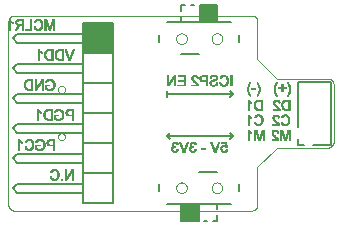
<source format=gbr>
G04 PROTEUS RS274X GERBER FILE*
%FSLAX45Y45*%
%MOMM*%
G01*
%ADD29C,0.025400*%
%ADD30C,0.127000*%
%ADD31C,0.031750*%
G36*
X+38100Y+508000D02*
X+38100Y+762000D01*
X+292100Y+762000D01*
X+292100Y+508000D01*
X+38100Y+508000D01*
G37*
G36*
X+869300Y-911600D02*
X+869300Y-771600D01*
X+1014300Y-771600D01*
X+1014300Y-911600D01*
X+869300Y-911600D01*
G37*
G36*
X+1024300Y+771600D02*
X+1024300Y+911600D01*
X+1169300Y+911600D01*
X+1169300Y+771600D01*
X+1024300Y+771600D01*
G37*
D29*
X-116600Y-200000D02*
X-116703Y-197511D01*
X-117545Y-192531D01*
X-119305Y-187551D01*
X-122182Y-182571D01*
X-126583Y-177655D01*
X-131563Y-174041D01*
X-136543Y-171736D01*
X-141523Y-170433D01*
X-146503Y-170000D01*
X-146600Y-170000D01*
X-176600Y-200000D02*
X-176497Y-197511D01*
X-175655Y-192531D01*
X-173895Y-187551D01*
X-171018Y-182571D01*
X-166617Y-177655D01*
X-161637Y-174041D01*
X-156657Y-171736D01*
X-151677Y-170433D01*
X-146697Y-170000D01*
X-146600Y-170000D01*
X-176600Y-200000D02*
X-176497Y-202489D01*
X-175655Y-207469D01*
X-173895Y-212449D01*
X-171018Y-217429D01*
X-166617Y-222345D01*
X-161637Y-225959D01*
X-156657Y-228264D01*
X-151677Y-229567D01*
X-146697Y-230000D01*
X-146600Y-230000D01*
X-116600Y-200000D02*
X-116703Y-202489D01*
X-117545Y-207469D01*
X-119305Y-212449D01*
X-122182Y-217429D01*
X-126583Y-222345D01*
X-131563Y-225959D01*
X-136543Y-228264D01*
X-141523Y-229567D01*
X-146503Y-230000D01*
X-146600Y-230000D01*
X-116600Y+200000D02*
X-116703Y+202489D01*
X-117545Y+207469D01*
X-119305Y+212449D01*
X-122182Y+217429D01*
X-126583Y+222345D01*
X-131563Y+225959D01*
X-136543Y+228264D01*
X-141523Y+229567D01*
X-146503Y+230000D01*
X-146600Y+230000D01*
X-176600Y+200000D02*
X-176497Y+202489D01*
X-175655Y+207469D01*
X-173895Y+212449D01*
X-171018Y+217429D01*
X-166617Y+222345D01*
X-161637Y+225959D01*
X-156657Y+228264D01*
X-151677Y+229567D01*
X-146697Y+230000D01*
X-146600Y+230000D01*
X-176600Y+200000D02*
X-176497Y+197511D01*
X-175655Y+192531D01*
X-173895Y+187551D01*
X-171018Y+182571D01*
X-166617Y+177655D01*
X-161637Y+174041D01*
X-156657Y+171736D01*
X-151677Y+170433D01*
X-146697Y+170000D01*
X-146600Y+170000D01*
X-116600Y+200000D02*
X-116703Y+197511D01*
X-117545Y+192531D01*
X-119305Y+187551D01*
X-122182Y+182571D01*
X-126583Y+177655D01*
X-131563Y+174041D01*
X-136543Y+171736D01*
X-141523Y+170433D01*
X-146503Y+170000D01*
X-146600Y+170000D01*
D30*
X+38100Y+508000D02*
X+292100Y+508000D01*
X+292100Y+762000D01*
X+38100Y+762000D01*
X+38100Y+508000D01*
X-561340Y+635000D02*
X-520700Y+596900D01*
X+38100Y+596900D01*
X+38100Y+673100D01*
X-520700Y+673100D01*
X-561340Y+635000D01*
X-561340Y+381000D02*
X-520700Y+342900D01*
X+38100Y+342900D01*
X+38100Y+419100D01*
X-520700Y+419100D01*
X-561340Y+381000D01*
X-561340Y+127000D02*
X-520700Y+88900D01*
X+38100Y+88900D01*
X+38100Y+165100D01*
X-520700Y+165100D01*
X-561340Y+127000D01*
X+38100Y+254000D02*
X+292100Y+254000D01*
X+38100Y-762000D02*
X+292100Y-762000D01*
X+292100Y+762000D01*
X+38100Y+762000D01*
X+38100Y-762000D01*
X-561340Y-127000D02*
X-520700Y-165100D01*
X+38100Y-165100D01*
X+38100Y-88900D01*
X-520700Y-88900D01*
X-561340Y-127000D01*
X-561340Y-381000D02*
X-520700Y-419100D01*
X+38100Y-419100D01*
X+38100Y-342900D01*
X-520700Y-342900D01*
X-561340Y-381000D01*
X-561340Y-635000D02*
X-520700Y-673100D01*
X+38100Y-673100D01*
X+38100Y-596900D01*
X-520700Y-596900D01*
X-561340Y-635000D01*
X+38100Y-254000D02*
X+292100Y-254000D01*
X+38100Y-508000D02*
X+292100Y-508000D01*
X+38100Y+0D02*
X+292100Y+0D01*
D29*
X-596900Y-774700D02*
X-596900Y+774700D01*
X-546100Y+825500D02*
X+1460500Y+825500D01*
X-596900Y+774700D02*
X-592981Y+794693D01*
X-582216Y+810816D01*
X-566093Y+821581D01*
X-546100Y+825500D01*
X-546100Y-825500D02*
X-566093Y-821581D01*
X-582216Y-810816D01*
X-592981Y-794693D01*
X-596900Y-774700D01*
X-546100Y-825500D02*
X+1460500Y-825500D01*
D30*
X+2133600Y-266700D02*
X+1981200Y-266700D01*
X+1854200Y-215900D02*
X+1854200Y-266700D01*
X+2133600Y-266700D02*
X+2133600Y+266700D01*
X+1905000Y-266700D02*
X+1854200Y-266700D01*
X+1854200Y+266700D02*
X+2133600Y+266700D01*
X+1854200Y-114300D02*
X+1854200Y+266700D01*
X+1359300Y-601600D02*
X+1359300Y-661600D01*
X+679300Y-601600D02*
X+679300Y-661600D01*
X+1169300Y-501600D02*
X+1019300Y-501600D01*
X+869300Y-911600D02*
X+1014300Y-911600D01*
X+1014300Y-771600D01*
X+869300Y-771600D01*
X+869300Y-911600D01*
X+1289300Y-771600D02*
X+1169300Y-771600D01*
X+1169300Y-811600D01*
X+1169300Y-861600D02*
X+1169300Y-911600D01*
X+1139300Y-911600D01*
X+869300Y-771600D02*
X+749300Y-771600D01*
X+1169300Y-771600D02*
X+869300Y-771600D01*
X+1089300Y-911600D02*
X+1059300Y-911600D01*
D31*
X+801747Y-327435D02*
X+819527Y-327435D01*
X+880487Y-327435D02*
X+893187Y-327435D01*
X+954147Y-327435D02*
X+971927Y-327435D01*
X+1144647Y-327435D02*
X+1157347Y-327435D01*
X+1218307Y-327435D02*
X+1238627Y-327435D01*
X+796667Y-324895D02*
X+827147Y-324895D01*
X+877947Y-324895D02*
X+895727Y-324895D01*
X+949067Y-324895D02*
X+979547Y-324895D01*
X+1142107Y-324895D02*
X+1159887Y-324895D01*
X+1213227Y-324895D02*
X+1243707Y-324895D01*
X+791587Y-322355D02*
X+829687Y-322355D01*
X+877947Y-322355D02*
X+895727Y-322355D01*
X+943987Y-322355D02*
X+982087Y-322355D01*
X+1142107Y-322355D02*
X+1159887Y-322355D01*
X+1208147Y-322355D02*
X+1246247Y-322355D01*
X+789047Y-319815D02*
X+832227Y-319815D01*
X+877947Y-319815D02*
X+895727Y-319815D01*
X+941447Y-319815D02*
X+984627Y-319815D01*
X+1142107Y-319815D02*
X+1159887Y-319815D01*
X+1205607Y-319815D02*
X+1248787Y-319815D01*
X+786507Y-317275D02*
X+801747Y-317275D01*
X+819527Y-317275D02*
X+834767Y-317275D01*
X+875407Y-317275D02*
X+898267Y-317275D01*
X+938907Y-317275D02*
X+954147Y-317275D01*
X+971927Y-317275D02*
X+987167Y-317275D01*
X+1139567Y-317275D02*
X+1162427Y-317275D01*
X+1205607Y-317275D02*
X+1220847Y-317275D01*
X+1236087Y-317275D02*
X+1251327Y-317275D01*
X+783967Y-314735D02*
X+799207Y-314735D01*
X+822067Y-314735D02*
X+837307Y-314735D01*
X+875407Y-314735D02*
X+885567Y-314735D01*
X+888107Y-314735D02*
X+898267Y-314735D01*
X+936367Y-314735D02*
X+951607Y-314735D01*
X+974467Y-314735D02*
X+989707Y-314735D01*
X+1139567Y-314735D02*
X+1149727Y-314735D01*
X+1152267Y-314735D02*
X+1162427Y-314735D01*
X+1203067Y-314735D02*
X+1215767Y-314735D01*
X+1241167Y-314735D02*
X+1253867Y-314735D01*
X+783967Y-312195D02*
X+796667Y-312195D01*
X+824607Y-312195D02*
X+837307Y-312195D01*
X+875407Y-312195D02*
X+885567Y-312195D01*
X+888107Y-312195D02*
X+898267Y-312195D01*
X+936367Y-312195D02*
X+949067Y-312195D01*
X+977007Y-312195D02*
X+989707Y-312195D01*
X+1139567Y-312195D02*
X+1149727Y-312195D01*
X+1152267Y-312195D02*
X+1162427Y-312195D01*
X+1200527Y-312195D02*
X+1213227Y-312195D01*
X+1243707Y-312195D02*
X+1253867Y-312195D01*
X+783967Y-309655D02*
X+794127Y-309655D01*
X+827147Y-309655D02*
X+839847Y-309655D01*
X+872867Y-309655D02*
X+885567Y-309655D01*
X+888107Y-309655D02*
X+900807Y-309655D01*
X+936367Y-309655D02*
X+946527Y-309655D01*
X+979547Y-309655D02*
X+992247Y-309655D01*
X+1137027Y-309655D02*
X+1149727Y-309655D01*
X+1152267Y-309655D02*
X+1164967Y-309655D01*
X+1200527Y-309655D02*
X+1210687Y-309655D01*
X+1243707Y-309655D02*
X+1256407Y-309655D01*
X+781427Y-307115D02*
X+791587Y-307115D01*
X+827147Y-307115D02*
X+839847Y-307115D01*
X+872867Y-307115D02*
X+883027Y-307115D01*
X+890647Y-307115D02*
X+900807Y-307115D01*
X+933827Y-307115D02*
X+943987Y-307115D01*
X+979547Y-307115D02*
X+992247Y-307115D01*
X+1137027Y-307115D02*
X+1147187Y-307115D01*
X+1154807Y-307115D02*
X+1164967Y-307115D01*
X+1200527Y-307115D02*
X+1210687Y-307115D01*
X+1246247Y-307115D02*
X+1256407Y-307115D01*
X+781427Y-304575D02*
X+791587Y-304575D01*
X+829687Y-304575D02*
X+839847Y-304575D01*
X+870327Y-304575D02*
X+883027Y-304575D01*
X+890647Y-304575D02*
X+903347Y-304575D01*
X+933827Y-304575D02*
X+943987Y-304575D01*
X+982087Y-304575D02*
X+992247Y-304575D01*
X+1134487Y-304575D02*
X+1147187Y-304575D01*
X+1154807Y-304575D02*
X+1167507Y-304575D01*
X+1197987Y-304575D02*
X+1208147Y-304575D01*
X+1246247Y-304575D02*
X+1256407Y-304575D01*
X+781427Y-302035D02*
X+791587Y-302035D01*
X+829687Y-302035D02*
X+834767Y-302035D01*
X+870327Y-302035D02*
X+880487Y-302035D01*
X+893187Y-302035D02*
X+903347Y-302035D01*
X+933827Y-302035D02*
X+943987Y-302035D01*
X+982087Y-302035D02*
X+987167Y-302035D01*
X+1134487Y-302035D02*
X+1144647Y-302035D01*
X+1157347Y-302035D02*
X+1167507Y-302035D01*
X+1197987Y-302035D02*
X+1208147Y-302035D01*
X+781427Y-299495D02*
X+791587Y-299495D01*
X+870327Y-299495D02*
X+880487Y-299495D01*
X+893187Y-299495D02*
X+903347Y-299495D01*
X+933827Y-299495D02*
X+943987Y-299495D01*
X+1035427Y-299495D02*
X+1068447Y-299495D01*
X+1134487Y-299495D02*
X+1144647Y-299495D01*
X+1157347Y-299495D02*
X+1167507Y-299495D01*
X+1197987Y-299495D02*
X+1208147Y-299495D01*
X+781427Y-296955D02*
X+791587Y-296955D01*
X+867787Y-296955D02*
X+880487Y-296955D01*
X+893187Y-296955D02*
X+905887Y-296955D01*
X+933827Y-296955D02*
X+943987Y-296955D01*
X+1035427Y-296955D02*
X+1068447Y-296955D01*
X+1131947Y-296955D02*
X+1144647Y-296955D01*
X+1157347Y-296955D02*
X+1170047Y-296955D01*
X+1197987Y-296955D02*
X+1208147Y-296955D01*
X+781427Y-294415D02*
X+791587Y-294415D01*
X+867787Y-294415D02*
X+877947Y-294415D01*
X+895727Y-294415D02*
X+905887Y-294415D01*
X+933827Y-294415D02*
X+943987Y-294415D01*
X+1035427Y-294415D02*
X+1068447Y-294415D01*
X+1131947Y-294415D02*
X+1142107Y-294415D01*
X+1159887Y-294415D02*
X+1170047Y-294415D01*
X+1197987Y-294415D02*
X+1208147Y-294415D01*
X+783967Y-291875D02*
X+794127Y-291875D01*
X+867787Y-291875D02*
X+877947Y-291875D01*
X+895727Y-291875D02*
X+905887Y-291875D01*
X+936367Y-291875D02*
X+946527Y-291875D01*
X+1035427Y-291875D02*
X+1068447Y-291875D01*
X+1131947Y-291875D02*
X+1142107Y-291875D01*
X+1159887Y-291875D02*
X+1170047Y-291875D01*
X+1197987Y-291875D02*
X+1208147Y-291875D01*
X+783967Y-289335D02*
X+796667Y-289335D01*
X+865247Y-289335D02*
X+877947Y-289335D01*
X+898267Y-289335D02*
X+908427Y-289335D01*
X+936367Y-289335D02*
X+949067Y-289335D01*
X+1129407Y-289335D02*
X+1142107Y-289335D01*
X+1162427Y-289335D02*
X+1172587Y-289335D01*
X+1197987Y-289335D02*
X+1208147Y-289335D01*
X+786507Y-286795D02*
X+799207Y-286795D01*
X+865247Y-286795D02*
X+875407Y-286795D01*
X+898267Y-286795D02*
X+908427Y-286795D01*
X+938907Y-286795D02*
X+951607Y-286795D01*
X+1129407Y-286795D02*
X+1139567Y-286795D01*
X+1162427Y-286795D02*
X+1172587Y-286795D01*
X+1200527Y-286795D02*
X+1210687Y-286795D01*
X+1243707Y-286795D02*
X+1248787Y-286795D01*
X+789047Y-284255D02*
X+816987Y-284255D01*
X+862707Y-284255D02*
X+875407Y-284255D01*
X+898267Y-284255D02*
X+910967Y-284255D01*
X+941447Y-284255D02*
X+969387Y-284255D01*
X+1126867Y-284255D02*
X+1139567Y-284255D01*
X+1162427Y-284255D02*
X+1175127Y-284255D01*
X+1200527Y-284255D02*
X+1210687Y-284255D01*
X+1241167Y-284255D02*
X+1253867Y-284255D01*
X+791587Y-281715D02*
X+816987Y-281715D01*
X+862707Y-281715D02*
X+872867Y-281715D01*
X+900807Y-281715D02*
X+910967Y-281715D01*
X+943987Y-281715D02*
X+969387Y-281715D01*
X+1126867Y-281715D02*
X+1137027Y-281715D01*
X+1164967Y-281715D02*
X+1175127Y-281715D01*
X+1200527Y-281715D02*
X+1213227Y-281715D01*
X+1238627Y-281715D02*
X+1253867Y-281715D01*
X+799207Y-279175D02*
X+816987Y-279175D01*
X+862707Y-279175D02*
X+872867Y-279175D01*
X+900807Y-279175D02*
X+910967Y-279175D01*
X+951607Y-279175D02*
X+969387Y-279175D01*
X+1126867Y-279175D02*
X+1137027Y-279175D01*
X+1164967Y-279175D02*
X+1175127Y-279175D01*
X+1203067Y-279175D02*
X+1218307Y-279175D01*
X+1236087Y-279175D02*
X+1251327Y-279175D01*
X+794127Y-276635D02*
X+816987Y-276635D01*
X+860167Y-276635D02*
X+872867Y-276635D01*
X+900807Y-276635D02*
X+913507Y-276635D01*
X+946527Y-276635D02*
X+969387Y-276635D01*
X+1124327Y-276635D02*
X+1137027Y-276635D01*
X+1164967Y-276635D02*
X+1177667Y-276635D01*
X+1205607Y-276635D02*
X+1251327Y-276635D01*
X+791587Y-274095D02*
X+806827Y-274095D01*
X+860167Y-274095D02*
X+870327Y-274095D01*
X+903347Y-274095D02*
X+913507Y-274095D01*
X+943987Y-274095D02*
X+959227Y-274095D01*
X+1124327Y-274095D02*
X+1134487Y-274095D01*
X+1167507Y-274095D02*
X+1177667Y-274095D01*
X+1208147Y-274095D02*
X+1251327Y-274095D01*
X+789047Y-271555D02*
X+801747Y-271555D01*
X+860167Y-271555D02*
X+870327Y-271555D01*
X+903347Y-271555D02*
X+913507Y-271555D01*
X+941447Y-271555D02*
X+954147Y-271555D01*
X+1124327Y-271555D02*
X+1134487Y-271555D01*
X+1167507Y-271555D02*
X+1177667Y-271555D01*
X+1210687Y-271555D02*
X+1238627Y-271555D01*
X+1241167Y-271555D02*
X+1251327Y-271555D01*
X+789047Y-269015D02*
X+799207Y-269015D01*
X+857627Y-269015D02*
X+867787Y-269015D01*
X+905887Y-269015D02*
X+916047Y-269015D01*
X+941447Y-269015D02*
X+951607Y-269015D01*
X+1121787Y-269015D02*
X+1131947Y-269015D01*
X+1170047Y-269015D02*
X+1180207Y-269015D01*
X+1215767Y-269015D02*
X+1233547Y-269015D01*
X+1241167Y-269015D02*
X+1251327Y-269015D01*
X+786507Y-266475D02*
X+796667Y-266475D01*
X+857627Y-266475D02*
X+867787Y-266475D01*
X+905887Y-266475D02*
X+916047Y-266475D01*
X+938907Y-266475D02*
X+949067Y-266475D01*
X+1121787Y-266475D02*
X+1131947Y-266475D01*
X+1170047Y-266475D02*
X+1180207Y-266475D01*
X+1238627Y-266475D02*
X+1248787Y-266475D01*
X+786507Y-263935D02*
X+796667Y-263935D01*
X+829687Y-263935D02*
X+834767Y-263935D01*
X+855087Y-263935D02*
X+867787Y-263935D01*
X+905887Y-263935D02*
X+918587Y-263935D01*
X+938907Y-263935D02*
X+949067Y-263935D01*
X+982087Y-263935D02*
X+987167Y-263935D01*
X+1119247Y-263935D02*
X+1131947Y-263935D01*
X+1170047Y-263935D02*
X+1182747Y-263935D01*
X+1238627Y-263935D02*
X+1248787Y-263935D01*
X+786507Y-261395D02*
X+796667Y-261395D01*
X+829687Y-261395D02*
X+839847Y-261395D01*
X+855087Y-261395D02*
X+865247Y-261395D01*
X+908427Y-261395D02*
X+918587Y-261395D01*
X+938907Y-261395D02*
X+949067Y-261395D01*
X+982087Y-261395D02*
X+992247Y-261395D01*
X+1119247Y-261395D02*
X+1129407Y-261395D01*
X+1172587Y-261395D02*
X+1182747Y-261395D01*
X+1238627Y-261395D02*
X+1248787Y-261395D01*
X+786507Y-258855D02*
X+796667Y-258855D01*
X+827147Y-258855D02*
X+839847Y-258855D01*
X+855087Y-258855D02*
X+865247Y-258855D01*
X+908427Y-258855D02*
X+918587Y-258855D01*
X+938907Y-258855D02*
X+949067Y-258855D01*
X+979547Y-258855D02*
X+992247Y-258855D01*
X+1119247Y-258855D02*
X+1129407Y-258855D01*
X+1172587Y-258855D02*
X+1182747Y-258855D01*
X+1238627Y-258855D02*
X+1248787Y-258855D01*
X+786507Y-256315D02*
X+799207Y-256315D01*
X+827147Y-256315D02*
X+837307Y-256315D01*
X+852547Y-256315D02*
X+865247Y-256315D01*
X+910967Y-256315D02*
X+921127Y-256315D01*
X+938907Y-256315D02*
X+951607Y-256315D01*
X+979547Y-256315D02*
X+989707Y-256315D01*
X+1116707Y-256315D02*
X+1129407Y-256315D01*
X+1175127Y-256315D02*
X+1185287Y-256315D01*
X+1236087Y-256315D02*
X+1246247Y-256315D01*
X+789047Y-253775D02*
X+801747Y-253775D01*
X+824607Y-253775D02*
X+837307Y-253775D01*
X+852547Y-253775D02*
X+862707Y-253775D01*
X+910967Y-253775D02*
X+921127Y-253775D01*
X+941447Y-253775D02*
X+954147Y-253775D01*
X+977007Y-253775D02*
X+989707Y-253775D01*
X+1116707Y-253775D02*
X+1126867Y-253775D01*
X+1175127Y-253775D02*
X+1185287Y-253775D01*
X+1236087Y-253775D02*
X+1246247Y-253775D01*
X+789047Y-251235D02*
X+804287Y-251235D01*
X+819527Y-251235D02*
X+834767Y-251235D01*
X+852547Y-251235D02*
X+862707Y-251235D01*
X+910967Y-251235D02*
X+921127Y-251235D01*
X+941447Y-251235D02*
X+956687Y-251235D01*
X+971927Y-251235D02*
X+987167Y-251235D01*
X+1116707Y-251235D02*
X+1126867Y-251235D01*
X+1175127Y-251235D02*
X+1185287Y-251235D01*
X+1236087Y-251235D02*
X+1246247Y-251235D01*
X+791587Y-248695D02*
X+834767Y-248695D01*
X+850007Y-248695D02*
X+860167Y-248695D01*
X+913507Y-248695D02*
X+923667Y-248695D01*
X+943987Y-248695D02*
X+987167Y-248695D01*
X+1114167Y-248695D02*
X+1124327Y-248695D01*
X+1177667Y-248695D02*
X+1187827Y-248695D01*
X+1203067Y-248695D02*
X+1246247Y-248695D01*
X+794127Y-246155D02*
X+832227Y-246155D01*
X+850007Y-246155D02*
X+860167Y-246155D01*
X+913507Y-246155D02*
X+923667Y-246155D01*
X+946527Y-246155D02*
X+984627Y-246155D01*
X+1114167Y-246155D02*
X+1124327Y-246155D01*
X+1177667Y-246155D02*
X+1187827Y-246155D01*
X+1203067Y-246155D02*
X+1246247Y-246155D01*
X+796667Y-243615D02*
X+827147Y-243615D01*
X+847467Y-243615D02*
X+860167Y-243615D01*
X+913507Y-243615D02*
X+926207Y-243615D01*
X+949067Y-243615D02*
X+979547Y-243615D01*
X+1111627Y-243615D02*
X+1124327Y-243615D01*
X+1177667Y-243615D02*
X+1190367Y-243615D01*
X+1203067Y-243615D02*
X+1243707Y-243615D01*
X+804287Y-241075D02*
X+822067Y-241075D01*
X+847467Y-241075D02*
X+857627Y-241075D01*
X+916047Y-241075D02*
X+926207Y-241075D01*
X+956687Y-241075D02*
X+974467Y-241075D01*
X+1111627Y-241075D02*
X+1121787Y-241075D01*
X+1180207Y-241075D02*
X+1190367Y-241075D01*
X+1203067Y-241075D02*
X+1243707Y-241075D01*
D30*
X+679300Y+601600D02*
X+679300Y+661600D01*
X+1359300Y+601600D02*
X+1359300Y+661600D01*
X+869300Y+501600D02*
X+1019300Y+501600D01*
X+1024300Y+771600D02*
X+1169300Y+771600D01*
X+1169300Y+911600D01*
X+1024300Y+911600D01*
X+1024300Y+771600D01*
X+749300Y+771600D02*
X+869300Y+771600D01*
X+869300Y+811600D01*
X+869300Y+861600D02*
X+869300Y+911600D01*
X+899300Y+911600D01*
X+1169300Y+771600D02*
X+1289300Y+771600D01*
X+869300Y+771600D02*
X+1169300Y+771600D01*
X+949300Y+911600D02*
X+979300Y+911600D01*
D31*
X+1125484Y+232338D02*
X+1148344Y+232338D01*
X+1214384Y+232338D02*
X+1234704Y+232338D01*
X+747024Y+234878D02*
X+759724Y+234878D01*
X+805444Y+234878D02*
X+815604Y+234878D01*
X+833384Y+234878D02*
X+899424Y+234878D01*
X+952764Y+234878D02*
X+1011184Y+234878D01*
X+1077224Y+234878D02*
X+1087384Y+234878D01*
X+1120404Y+234878D02*
X+1155964Y+234878D01*
X+1206764Y+234878D02*
X+1242324Y+234878D01*
X+1282964Y+234878D02*
X+1293124Y+234878D01*
X+747024Y+237418D02*
X+759724Y+237418D01*
X+805444Y+237418D02*
X+815604Y+237418D01*
X+833384Y+237418D02*
X+899424Y+237418D01*
X+952764Y+237418D02*
X+1011184Y+237418D01*
X+1077224Y+237418D02*
X+1087384Y+237418D01*
X+1115324Y+237418D02*
X+1161044Y+237418D01*
X+1204224Y+237418D02*
X+1244864Y+237418D01*
X+1282964Y+237418D02*
X+1293124Y+237418D01*
X+747024Y+239958D02*
X+762264Y+239958D01*
X+805444Y+239958D02*
X+815604Y+239958D01*
X+833384Y+239958D02*
X+899424Y+239958D01*
X+952764Y+239958D02*
X+1011184Y+239958D01*
X+1077224Y+239958D02*
X+1087384Y+239958D01*
X+1112784Y+239958D02*
X+1163584Y+239958D01*
X+1199144Y+239958D02*
X+1249944Y+239958D01*
X+1282964Y+239958D02*
X+1293124Y+239958D01*
X+747024Y+242498D02*
X+764804Y+242498D01*
X+805444Y+242498D02*
X+815604Y+242498D01*
X+833384Y+242498D02*
X+899424Y+242498D01*
X+952764Y+242498D02*
X+1008644Y+242498D01*
X+1077224Y+242498D02*
X+1087384Y+242498D01*
X+1110244Y+242498D02*
X+1128024Y+242498D01*
X+1145804Y+242498D02*
X+1166124Y+242498D01*
X+1196604Y+242498D02*
X+1216924Y+242498D01*
X+1232164Y+242498D02*
X+1252484Y+242498D01*
X+1282964Y+242498D02*
X+1293124Y+242498D01*
X+747024Y+245038D02*
X+764804Y+245038D01*
X+805444Y+245038D02*
X+815604Y+245038D01*
X+889264Y+245038D02*
X+899424Y+245038D01*
X+995944Y+245038D02*
X+1008644Y+245038D01*
X+1077224Y+245038D02*
X+1087384Y+245038D01*
X+1107704Y+245038D02*
X+1122944Y+245038D01*
X+1153424Y+245038D02*
X+1168664Y+245038D01*
X+1196604Y+245038D02*
X+1211844Y+245038D01*
X+1237244Y+245038D02*
X+1252484Y+245038D01*
X+1282964Y+245038D02*
X+1293124Y+245038D01*
X+747024Y+247578D02*
X+767344Y+247578D01*
X+805444Y+247578D02*
X+815604Y+247578D01*
X+889264Y+247578D02*
X+899424Y+247578D01*
X+993404Y+247578D02*
X+1006104Y+247578D01*
X+1077224Y+247578D02*
X+1087384Y+247578D01*
X+1107704Y+247578D02*
X+1120404Y+247578D01*
X+1155964Y+247578D02*
X+1168664Y+247578D01*
X+1194064Y+247578D02*
X+1206764Y+247578D01*
X+1242324Y+247578D02*
X+1255024Y+247578D01*
X+1282964Y+247578D02*
X+1293124Y+247578D01*
X+747024Y+250118D02*
X+769884Y+250118D01*
X+805444Y+250118D02*
X+815604Y+250118D01*
X+889264Y+250118D02*
X+899424Y+250118D01*
X+990864Y+250118D02*
X+1003564Y+250118D01*
X+1077224Y+250118D02*
X+1087384Y+250118D01*
X+1107704Y+250118D02*
X+1117864Y+250118D01*
X+1158504Y+250118D02*
X+1171204Y+250118D01*
X+1194064Y+250118D02*
X+1204224Y+250118D01*
X+1244864Y+250118D02*
X+1257564Y+250118D01*
X+1282964Y+250118D02*
X+1293124Y+250118D01*
X+747024Y+252658D02*
X+757184Y+252658D01*
X+759724Y+252658D02*
X+769884Y+252658D01*
X+805444Y+252658D02*
X+815604Y+252658D01*
X+889264Y+252658D02*
X+899424Y+252658D01*
X+988324Y+252658D02*
X+1001024Y+252658D01*
X+1077224Y+252658D02*
X+1087384Y+252658D01*
X+1105164Y+252658D02*
X+1115324Y+252658D01*
X+1161044Y+252658D02*
X+1171204Y+252658D01*
X+1191524Y+252658D02*
X+1204224Y+252658D01*
X+1247404Y+252658D02*
X+1257564Y+252658D01*
X+1282964Y+252658D02*
X+1293124Y+252658D01*
X+747024Y+255198D02*
X+757184Y+255198D01*
X+759724Y+255198D02*
X+772424Y+255198D01*
X+805444Y+255198D02*
X+815604Y+255198D01*
X+889264Y+255198D02*
X+899424Y+255198D01*
X+985784Y+255198D02*
X+998484Y+255198D01*
X+1077224Y+255198D02*
X+1087384Y+255198D01*
X+1105164Y+255198D02*
X+1115324Y+255198D01*
X+1161044Y+255198D02*
X+1173744Y+255198D01*
X+1191524Y+255198D02*
X+1201684Y+255198D01*
X+1247404Y+255198D02*
X+1257564Y+255198D01*
X+1282964Y+255198D02*
X+1293124Y+255198D01*
X+747024Y+257738D02*
X+757184Y+257738D01*
X+762264Y+257738D02*
X+774964Y+257738D01*
X+805444Y+257738D02*
X+815604Y+257738D01*
X+889264Y+257738D02*
X+899424Y+257738D01*
X+980704Y+257738D02*
X+995944Y+257738D01*
X+1077224Y+257738D02*
X+1087384Y+257738D01*
X+1105164Y+257738D02*
X+1115324Y+257738D01*
X+1163584Y+257738D02*
X+1173744Y+257738D01*
X+1188984Y+257738D02*
X+1201684Y+257738D01*
X+1249944Y+257738D02*
X+1260104Y+257738D01*
X+1282964Y+257738D02*
X+1293124Y+257738D01*
X+747024Y+260278D02*
X+757184Y+260278D01*
X+764804Y+260278D02*
X+774964Y+260278D01*
X+805444Y+260278D02*
X+815604Y+260278D01*
X+889264Y+260278D02*
X+899424Y+260278D01*
X+978164Y+260278D02*
X+993404Y+260278D01*
X+1077224Y+260278D02*
X+1087384Y+260278D01*
X+1105164Y+260278D02*
X+1115324Y+260278D01*
X+1163584Y+260278D02*
X+1173744Y+260278D01*
X+1188984Y+260278D02*
X+1199144Y+260278D01*
X+1249944Y+260278D02*
X+1260104Y+260278D01*
X+1282964Y+260278D02*
X+1293124Y+260278D01*
X+747024Y+262818D02*
X+757184Y+262818D01*
X+764804Y+262818D02*
X+777504Y+262818D01*
X+805444Y+262818D02*
X+815604Y+262818D01*
X+889264Y+262818D02*
X+899424Y+262818D01*
X+975624Y+262818D02*
X+990864Y+262818D01*
X+1077224Y+262818D02*
X+1087384Y+262818D01*
X+1105164Y+262818D02*
X+1115324Y+262818D01*
X+1163584Y+262818D02*
X+1173744Y+262818D01*
X+1194064Y+262818D02*
X+1199144Y+262818D01*
X+1249944Y+262818D02*
X+1260104Y+262818D01*
X+1282964Y+262818D02*
X+1293124Y+262818D01*
X+747024Y+265358D02*
X+757184Y+265358D01*
X+767344Y+265358D02*
X+777504Y+265358D01*
X+805444Y+265358D02*
X+815604Y+265358D01*
X+889264Y+265358D02*
X+899424Y+265358D01*
X+973084Y+265358D02*
X+985784Y+265358D01*
X+1077224Y+265358D02*
X+1087384Y+265358D01*
X+1105164Y+265358D02*
X+1117864Y+265358D01*
X+1252484Y+265358D02*
X+1262644Y+265358D01*
X+1282964Y+265358D02*
X+1293124Y+265358D01*
X+747024Y+267898D02*
X+757184Y+267898D01*
X+769884Y+267898D02*
X+780044Y+267898D01*
X+805444Y+267898D02*
X+815604Y+267898D01*
X+889264Y+267898D02*
X+899424Y+267898D01*
X+970544Y+267898D02*
X+983244Y+267898D01*
X+1077224Y+267898D02*
X+1087384Y+267898D01*
X+1107704Y+267898D02*
X+1120404Y+267898D01*
X+1252484Y+267898D02*
X+1262644Y+267898D01*
X+1282964Y+267898D02*
X+1293124Y+267898D01*
X+747024Y+270438D02*
X+757184Y+270438D01*
X+769884Y+270438D02*
X+782584Y+270438D01*
X+805444Y+270438D02*
X+815604Y+270438D01*
X+889264Y+270438D02*
X+899424Y+270438D01*
X+968004Y+270438D02*
X+980704Y+270438D01*
X+1041664Y+270438D02*
X+1087384Y+270438D01*
X+1107704Y+270438D02*
X+1128024Y+270438D01*
X+1252484Y+270438D02*
X+1262644Y+270438D01*
X+1282964Y+270438D02*
X+1293124Y+270438D01*
X+747024Y+272978D02*
X+757184Y+272978D01*
X+772424Y+272978D02*
X+782584Y+272978D01*
X+805444Y+272978D02*
X+815604Y+272978D01*
X+889264Y+272978D02*
X+899424Y+272978D01*
X+965464Y+272978D02*
X+978164Y+272978D01*
X+1034044Y+272978D02*
X+1087384Y+272978D01*
X+1110244Y+272978D02*
X+1135644Y+272978D01*
X+1252484Y+272978D02*
X+1262644Y+272978D01*
X+1282964Y+272978D02*
X+1293124Y+272978D01*
X+747024Y+275518D02*
X+757184Y+275518D01*
X+774964Y+275518D02*
X+785124Y+275518D01*
X+805444Y+275518D02*
X+815604Y+275518D01*
X+838464Y+275518D02*
X+899424Y+275518D01*
X+962924Y+275518D02*
X+975624Y+275518D01*
X+1028964Y+275518D02*
X+1087384Y+275518D01*
X+1112784Y+275518D02*
X+1145804Y+275518D01*
X+1252484Y+275518D02*
X+1262644Y+275518D01*
X+1282964Y+275518D02*
X+1293124Y+275518D01*
X+747024Y+278058D02*
X+757184Y+278058D01*
X+774964Y+278058D02*
X+787664Y+278058D01*
X+805444Y+278058D02*
X+815604Y+278058D01*
X+838464Y+278058D02*
X+899424Y+278058D01*
X+960384Y+278058D02*
X+973084Y+278058D01*
X+1028964Y+278058D02*
X+1087384Y+278058D01*
X+1115324Y+278058D02*
X+1155964Y+278058D01*
X+1252484Y+278058D02*
X+1262644Y+278058D01*
X+1282964Y+278058D02*
X+1293124Y+278058D01*
X+747024Y+280598D02*
X+757184Y+280598D01*
X+777504Y+280598D02*
X+787664Y+280598D01*
X+805444Y+280598D02*
X+815604Y+280598D01*
X+838464Y+280598D02*
X+899424Y+280598D01*
X+957844Y+280598D02*
X+970544Y+280598D01*
X+1026424Y+280598D02*
X+1041664Y+280598D01*
X+1077224Y+280598D02*
X+1087384Y+280598D01*
X+1120404Y+280598D02*
X+1161044Y+280598D01*
X+1252484Y+280598D02*
X+1262644Y+280598D01*
X+1282964Y+280598D02*
X+1293124Y+280598D01*
X+747024Y+283138D02*
X+757184Y+283138D01*
X+780044Y+283138D02*
X+790204Y+283138D01*
X+805444Y+283138D02*
X+815604Y+283138D01*
X+838464Y+283138D02*
X+899424Y+283138D01*
X+957844Y+283138D02*
X+968004Y+283138D01*
X+1023884Y+283138D02*
X+1036584Y+283138D01*
X+1077224Y+283138D02*
X+1087384Y+283138D01*
X+1128024Y+283138D02*
X+1163584Y+283138D01*
X+1252484Y+283138D02*
X+1262644Y+283138D01*
X+1282964Y+283138D02*
X+1293124Y+283138D01*
X+747024Y+285678D02*
X+757184Y+285678D01*
X+780044Y+285678D02*
X+792744Y+285678D01*
X+805444Y+285678D02*
X+815604Y+285678D01*
X+889264Y+285678D02*
X+899424Y+285678D01*
X+955304Y+285678D02*
X+968004Y+285678D01*
X+1023884Y+285678D02*
X+1034044Y+285678D01*
X+1077224Y+285678D02*
X+1087384Y+285678D01*
X+1135644Y+285678D02*
X+1166124Y+285678D01*
X+1252484Y+285678D02*
X+1262644Y+285678D01*
X+1282964Y+285678D02*
X+1293124Y+285678D01*
X+747024Y+288218D02*
X+757184Y+288218D01*
X+782584Y+288218D02*
X+792744Y+288218D01*
X+805444Y+288218D02*
X+815604Y+288218D01*
X+889264Y+288218D02*
X+899424Y+288218D01*
X+955304Y+288218D02*
X+965464Y+288218D01*
X+1021344Y+288218D02*
X+1034044Y+288218D01*
X+1077224Y+288218D02*
X+1087384Y+288218D01*
X+1145804Y+288218D02*
X+1168664Y+288218D01*
X+1252484Y+288218D02*
X+1262644Y+288218D01*
X+1282964Y+288218D02*
X+1293124Y+288218D01*
X+747024Y+290758D02*
X+757184Y+290758D01*
X+785124Y+290758D02*
X+795284Y+290758D01*
X+805444Y+290758D02*
X+815604Y+290758D01*
X+889264Y+290758D02*
X+899424Y+290758D01*
X+952764Y+290758D02*
X+962924Y+290758D01*
X+1021344Y+290758D02*
X+1031504Y+290758D01*
X+1077224Y+290758D02*
X+1087384Y+290758D01*
X+1153424Y+290758D02*
X+1168664Y+290758D01*
X+1252484Y+290758D02*
X+1262644Y+290758D01*
X+1282964Y+290758D02*
X+1293124Y+290758D01*
X+747024Y+293298D02*
X+757184Y+293298D01*
X+785124Y+293298D02*
X+797824Y+293298D01*
X+805444Y+293298D02*
X+815604Y+293298D01*
X+889264Y+293298D02*
X+899424Y+293298D01*
X+952764Y+293298D02*
X+962924Y+293298D01*
X+1021344Y+293298D02*
X+1031504Y+293298D01*
X+1077224Y+293298D02*
X+1087384Y+293298D01*
X+1158504Y+293298D02*
X+1171204Y+293298D01*
X+1249944Y+293298D02*
X+1260104Y+293298D01*
X+1282964Y+293298D02*
X+1293124Y+293298D01*
X+747024Y+295838D02*
X+757184Y+295838D01*
X+787664Y+295838D02*
X+797824Y+295838D01*
X+805444Y+295838D02*
X+815604Y+295838D01*
X+889264Y+295838D02*
X+899424Y+295838D01*
X+952764Y+295838D02*
X+962924Y+295838D01*
X+998484Y+295838D02*
X+1003564Y+295838D01*
X+1021344Y+295838D02*
X+1031504Y+295838D01*
X+1077224Y+295838D02*
X+1087384Y+295838D01*
X+1161044Y+295838D02*
X+1171204Y+295838D01*
X+1249944Y+295838D02*
X+1260104Y+295838D01*
X+1282964Y+295838D02*
X+1293124Y+295838D01*
X+747024Y+298378D02*
X+757184Y+298378D01*
X+787664Y+298378D02*
X+800364Y+298378D01*
X+805444Y+298378D02*
X+815604Y+298378D01*
X+889264Y+298378D02*
X+899424Y+298378D01*
X+952764Y+298378D02*
X+962924Y+298378D01*
X+998484Y+298378D02*
X+1008644Y+298378D01*
X+1021344Y+298378D02*
X+1031504Y+298378D01*
X+1077224Y+298378D02*
X+1087384Y+298378D01*
X+1161044Y+298378D02*
X+1171204Y+298378D01*
X+1191524Y+298378D02*
X+1201684Y+298378D01*
X+1249944Y+298378D02*
X+1260104Y+298378D01*
X+1282964Y+298378D02*
X+1293124Y+298378D01*
X+747024Y+300918D02*
X+757184Y+300918D01*
X+790204Y+300918D02*
X+802904Y+300918D01*
X+805444Y+300918D02*
X+815604Y+300918D01*
X+889264Y+300918D02*
X+899424Y+300918D01*
X+952764Y+300918D02*
X+962924Y+300918D01*
X+998484Y+300918D02*
X+1008644Y+300918D01*
X+1021344Y+300918D02*
X+1031504Y+300918D01*
X+1077224Y+300918D02*
X+1087384Y+300918D01*
X+1107704Y+300918D02*
X+1117864Y+300918D01*
X+1161044Y+300918D02*
X+1171204Y+300918D01*
X+1191524Y+300918D02*
X+1204224Y+300918D01*
X+1247404Y+300918D02*
X+1260104Y+300918D01*
X+1282964Y+300918D02*
X+1293124Y+300918D01*
X+747024Y+303458D02*
X+757184Y+303458D01*
X+792744Y+303458D02*
X+802904Y+303458D01*
X+805444Y+303458D02*
X+815604Y+303458D01*
X+889264Y+303458D02*
X+899424Y+303458D01*
X+952764Y+303458D02*
X+965464Y+303458D01*
X+995944Y+303458D02*
X+1008644Y+303458D01*
X+1021344Y+303458D02*
X+1034044Y+303458D01*
X+1077224Y+303458D02*
X+1087384Y+303458D01*
X+1107704Y+303458D02*
X+1117864Y+303458D01*
X+1161044Y+303458D02*
X+1171204Y+303458D01*
X+1194064Y+303458D02*
X+1204224Y+303458D01*
X+1247404Y+303458D02*
X+1257564Y+303458D01*
X+1282964Y+303458D02*
X+1293124Y+303458D01*
X+747024Y+305998D02*
X+757184Y+305998D01*
X+792744Y+305998D02*
X+815604Y+305998D01*
X+889264Y+305998D02*
X+899424Y+305998D01*
X+955304Y+305998D02*
X+965464Y+305998D01*
X+995944Y+305998D02*
X+1006104Y+305998D01*
X+1023884Y+305998D02*
X+1034044Y+305998D01*
X+1077224Y+305998D02*
X+1087384Y+305998D01*
X+1107704Y+305998D02*
X+1120404Y+305998D01*
X+1161044Y+305998D02*
X+1171204Y+305998D01*
X+1194064Y+305998D02*
X+1206764Y+305998D01*
X+1244864Y+305998D02*
X+1257564Y+305998D01*
X+1282964Y+305998D02*
X+1293124Y+305998D01*
X+747024Y+308538D02*
X+757184Y+308538D01*
X+795284Y+308538D02*
X+815604Y+308538D01*
X+889264Y+308538D02*
X+899424Y+308538D01*
X+955304Y+308538D02*
X+968004Y+308538D01*
X+993404Y+308538D02*
X+1006104Y+308538D01*
X+1023884Y+308538D02*
X+1036584Y+308538D01*
X+1077224Y+308538D02*
X+1087384Y+308538D01*
X+1110244Y+308538D02*
X+1120404Y+308538D01*
X+1158504Y+308538D02*
X+1168664Y+308538D01*
X+1196604Y+308538D02*
X+1209304Y+308538D01*
X+1242324Y+308538D02*
X+1255024Y+308538D01*
X+1282964Y+308538D02*
X+1293124Y+308538D01*
X+747024Y+311078D02*
X+757184Y+311078D01*
X+797824Y+311078D02*
X+815604Y+311078D01*
X+889264Y+311078D02*
X+899424Y+311078D01*
X+957844Y+311078D02*
X+973084Y+311078D01*
X+988324Y+311078D02*
X+1003564Y+311078D01*
X+1026424Y+311078D02*
X+1041664Y+311078D01*
X+1077224Y+311078D02*
X+1087384Y+311078D01*
X+1110244Y+311078D02*
X+1125484Y+311078D01*
X+1155964Y+311078D02*
X+1168664Y+311078D01*
X+1196604Y+311078D02*
X+1211844Y+311078D01*
X+1239784Y+311078D02*
X+1252484Y+311078D01*
X+1282964Y+311078D02*
X+1293124Y+311078D01*
X+747024Y+313618D02*
X+757184Y+313618D01*
X+797824Y+313618D02*
X+815604Y+313618D01*
X+835924Y+313618D02*
X+899424Y+313618D01*
X+957844Y+313618D02*
X+1003564Y+313618D01*
X+1026424Y+313618D02*
X+1087384Y+313618D01*
X+1112784Y+313618D02*
X+1130564Y+313618D01*
X+1150884Y+313618D02*
X+1166124Y+313618D01*
X+1199144Y+313618D02*
X+1216924Y+313618D01*
X+1232164Y+313618D02*
X+1249944Y+313618D01*
X+1282964Y+313618D02*
X+1293124Y+313618D01*
X+747024Y+316158D02*
X+757184Y+316158D01*
X+800364Y+316158D02*
X+815604Y+316158D01*
X+835924Y+316158D02*
X+899424Y+316158D01*
X+960384Y+316158D02*
X+1001024Y+316158D01*
X+1028964Y+316158D02*
X+1087384Y+316158D01*
X+1115324Y+316158D02*
X+1166124Y+316158D01*
X+1201684Y+316158D02*
X+1247404Y+316158D01*
X+1282964Y+316158D02*
X+1293124Y+316158D01*
X+747024Y+318698D02*
X+757184Y+318698D01*
X+802904Y+318698D02*
X+815604Y+318698D01*
X+835924Y+318698D02*
X+899424Y+318698D01*
X+965464Y+318698D02*
X+995944Y+318698D01*
X+1034044Y+318698D02*
X+1087384Y+318698D01*
X+1117864Y+318698D02*
X+1161044Y+318698D01*
X+1204224Y+318698D02*
X+1244864Y+318698D01*
X+1282964Y+318698D02*
X+1293124Y+318698D01*
X+747024Y+321238D02*
X+757184Y+321238D01*
X+802904Y+321238D02*
X+815604Y+321238D01*
X+835924Y+321238D02*
X+899424Y+321238D01*
X+970544Y+321238D02*
X+990864Y+321238D01*
X+1039124Y+321238D02*
X+1087384Y+321238D01*
X+1122944Y+321238D02*
X+1158504Y+321238D01*
X+1206764Y+321238D02*
X+1239784Y+321238D01*
X+1282964Y+321238D02*
X+1293124Y+321238D01*
X+1128024Y+323778D02*
X+1150884Y+323778D01*
X+1214384Y+323778D02*
X+1234704Y+323778D01*
D29*
X+914300Y-631600D02*
X+914145Y-627873D01*
X+912889Y-620418D01*
X+910259Y-612963D01*
X+905963Y-605508D01*
X+899393Y-598142D01*
X+891938Y-592709D01*
X+884483Y-589239D01*
X+877028Y-587269D01*
X+869573Y-586601D01*
X+869300Y-586600D01*
X+824300Y-631600D02*
X+824455Y-627873D01*
X+825711Y-620418D01*
X+828341Y-612963D01*
X+832637Y-605508D01*
X+839207Y-598142D01*
X+846662Y-592709D01*
X+854117Y-589239D01*
X+861572Y-587269D01*
X+869027Y-586601D01*
X+869300Y-586600D01*
X+824300Y-631600D02*
X+824455Y-635327D01*
X+825711Y-642782D01*
X+828341Y-650237D01*
X+832637Y-657692D01*
X+839207Y-665058D01*
X+846662Y-670491D01*
X+854117Y-673961D01*
X+861572Y-675931D01*
X+869027Y-676599D01*
X+869300Y-676600D01*
X+914300Y-631600D02*
X+914145Y-635327D01*
X+912889Y-642782D01*
X+910259Y-650237D01*
X+905963Y-657692D01*
X+899393Y-665058D01*
X+891938Y-670491D01*
X+884483Y-673961D01*
X+877028Y-675931D01*
X+869573Y-676599D01*
X+869300Y-676600D01*
X+1214300Y-631600D02*
X+1214145Y-627873D01*
X+1212889Y-620418D01*
X+1210259Y-612963D01*
X+1205963Y-605508D01*
X+1199393Y-598142D01*
X+1191938Y-592709D01*
X+1184483Y-589239D01*
X+1177028Y-587269D01*
X+1169573Y-586601D01*
X+1169300Y-586600D01*
X+1124300Y-631600D02*
X+1124455Y-627873D01*
X+1125711Y-620418D01*
X+1128341Y-612963D01*
X+1132637Y-605508D01*
X+1139207Y-598142D01*
X+1146662Y-592709D01*
X+1154117Y-589239D01*
X+1161572Y-587269D01*
X+1169027Y-586601D01*
X+1169300Y-586600D01*
X+1124300Y-631600D02*
X+1124455Y-635327D01*
X+1125711Y-642782D01*
X+1128341Y-650237D01*
X+1132637Y-657692D01*
X+1139207Y-665058D01*
X+1146662Y-670491D01*
X+1154117Y-673961D01*
X+1161572Y-675931D01*
X+1169027Y-676599D01*
X+1169300Y-676600D01*
X+1214300Y-631600D02*
X+1214145Y-635327D01*
X+1212889Y-642782D01*
X+1210259Y-650237D01*
X+1205963Y-657692D01*
X+1199393Y-665058D01*
X+1191938Y-670491D01*
X+1184483Y-673961D01*
X+1177028Y-675931D01*
X+1169573Y-676599D01*
X+1169300Y-676600D01*
X+914300Y+631600D02*
X+914145Y+635327D01*
X+912889Y+642782D01*
X+910259Y+650237D01*
X+905963Y+657692D01*
X+899393Y+665058D01*
X+891938Y+670491D01*
X+884483Y+673961D01*
X+877028Y+675931D01*
X+869573Y+676599D01*
X+869300Y+676600D01*
X+824300Y+631600D02*
X+824455Y+635327D01*
X+825711Y+642782D01*
X+828341Y+650237D01*
X+832637Y+657692D01*
X+839207Y+665058D01*
X+846662Y+670491D01*
X+854117Y+673961D01*
X+861572Y+675931D01*
X+869027Y+676599D01*
X+869300Y+676600D01*
X+824300Y+631600D02*
X+824455Y+627873D01*
X+825711Y+620418D01*
X+828341Y+612963D01*
X+832637Y+605508D01*
X+839207Y+598142D01*
X+846662Y+592709D01*
X+854117Y+589239D01*
X+861572Y+587269D01*
X+869027Y+586601D01*
X+869300Y+586600D01*
X+914300Y+631600D02*
X+914145Y+627873D01*
X+912889Y+620418D01*
X+910259Y+612963D01*
X+905963Y+605508D01*
X+899393Y+598142D01*
X+891938Y+592709D01*
X+884483Y+589239D01*
X+877028Y+587269D01*
X+869573Y+586601D01*
X+869300Y+586600D01*
X+1214300Y+631600D02*
X+1214145Y+635327D01*
X+1212889Y+642782D01*
X+1210259Y+650237D01*
X+1205963Y+657692D01*
X+1199393Y+665058D01*
X+1191938Y+670491D01*
X+1184483Y+673961D01*
X+1177028Y+675931D01*
X+1169573Y+676599D01*
X+1169300Y+676600D01*
X+1124300Y+631600D02*
X+1124455Y+635327D01*
X+1125711Y+642782D01*
X+1128341Y+650237D01*
X+1132637Y+657692D01*
X+1139207Y+665058D01*
X+1146662Y+670491D01*
X+1154117Y+673961D01*
X+1161572Y+675931D01*
X+1169027Y+676599D01*
X+1169300Y+676600D01*
X+1124300Y+631600D02*
X+1124455Y+627873D01*
X+1125711Y+620418D01*
X+1128341Y+612963D01*
X+1132637Y+605508D01*
X+1139207Y+598142D01*
X+1146662Y+592709D01*
X+1154117Y+589239D01*
X+1161572Y+587269D01*
X+1169027Y+586601D01*
X+1169300Y+586600D01*
X+1214300Y+631600D02*
X+1214145Y+627873D01*
X+1212889Y+620418D01*
X+1210259Y+612963D01*
X+1205963Y+605508D01*
X+1199393Y+598142D01*
X+1191938Y+592709D01*
X+1184483Y+589239D01*
X+1177028Y+587269D01*
X+1169573Y+586601D01*
X+1169300Y+586600D01*
X+2159000Y-241300D02*
X+2155081Y-261293D01*
X+2144316Y-277416D01*
X+2128193Y-288181D01*
X+2108200Y-292100D01*
X+2108200Y+292100D02*
X+2128193Y+288181D01*
X+2144316Y+277416D01*
X+2155081Y+261293D01*
X+2159000Y+241300D01*
X+2159000Y-241300D01*
X+2108200Y-292100D02*
X+1676400Y-292100D01*
X+1511300Y-457200D01*
X+1511300Y-774700D02*
X+1507381Y-794693D01*
X+1496616Y-810816D01*
X+1480493Y-821581D01*
X+1460500Y-825500D01*
X+1511300Y-774700D02*
X+1511300Y-457200D01*
X+1460500Y+825501D02*
X+1480493Y+821582D01*
X+1496616Y+810817D01*
X+1507381Y+794694D01*
X+1511300Y+774701D01*
X+1676400Y+292100D02*
X+1511300Y+457200D01*
X+2108200Y+292100D02*
X+1676400Y+292100D01*
X+1511300Y+457200D02*
X+1511300Y+774700D01*
D30*
X+1301750Y+165100D02*
X+742950Y+165100D01*
X+1301750Y-190500D02*
X+742950Y-190500D01*
X+1301750Y-190500D02*
X+1276350Y-215900D01*
X+1301750Y-190500D02*
X+1276350Y-165100D01*
X+742950Y-190500D02*
X+768350Y-165100D01*
X+742950Y-190500D02*
X+768350Y-215900D01*
X+1301750Y+165100D02*
X+1276350Y+190500D01*
X+1301750Y+165100D02*
X+1276350Y+139700D01*
X+742950Y+190500D02*
X+742950Y+139700D01*
D31*
X-357879Y+704215D02*
X-337559Y+704215D01*
X-594099Y+706755D02*
X-583939Y+706755D01*
X-540759Y+706755D02*
X-530599Y+706755D01*
X-479799Y+706755D02*
X-469639Y+706755D01*
X-454399Y+706755D02*
X-401059Y+706755D01*
X-365499Y+706755D02*
X-329939Y+706755D01*
X-291839Y+706755D02*
X-281679Y+706755D01*
X-256279Y+706755D02*
X-243579Y+706755D01*
X-218179Y+706755D02*
X-208019Y+706755D01*
X-594099Y+709295D02*
X-583939Y+709295D01*
X-540759Y+709295D02*
X-528059Y+709295D01*
X-479799Y+709295D02*
X-469639Y+709295D01*
X-454399Y+709295D02*
X-401059Y+709295D01*
X-368039Y+709295D02*
X-327399Y+709295D01*
X-291839Y+709295D02*
X-281679Y+709295D01*
X-256279Y+709295D02*
X-243579Y+709295D01*
X-218179Y+709295D02*
X-208019Y+709295D01*
X-594099Y+711835D02*
X-583939Y+711835D01*
X-538219Y+711835D02*
X-528059Y+711835D01*
X-479799Y+711835D02*
X-469639Y+711835D01*
X-454399Y+711835D02*
X-401059Y+711835D01*
X-373119Y+711835D02*
X-322319Y+711835D01*
X-291839Y+711835D02*
X-281679Y+711835D01*
X-258819Y+711835D02*
X-241039Y+711835D01*
X-218179Y+711835D02*
X-208019Y+711835D01*
X-594099Y+714375D02*
X-583939Y+714375D01*
X-538219Y+714375D02*
X-525519Y+714375D01*
X-479799Y+714375D02*
X-469639Y+714375D01*
X-454399Y+714375D02*
X-401059Y+714375D01*
X-375659Y+714375D02*
X-355339Y+714375D01*
X-340099Y+714375D02*
X-319779Y+714375D01*
X-291839Y+714375D02*
X-281679Y+714375D01*
X-258819Y+714375D02*
X-241039Y+714375D01*
X-218179Y+714375D02*
X-208019Y+714375D01*
X-594099Y+716915D02*
X-583939Y+716915D01*
X-535679Y+716915D02*
X-522979Y+716915D01*
X-479799Y+716915D02*
X-469639Y+716915D01*
X-411219Y+716915D02*
X-401059Y+716915D01*
X-375659Y+716915D02*
X-360419Y+716915D01*
X-335019Y+716915D02*
X-319779Y+716915D01*
X-291839Y+716915D02*
X-281679Y+716915D01*
X-258819Y+716915D02*
X-241039Y+716915D01*
X-218179Y+716915D02*
X-208019Y+716915D01*
X-594099Y+719455D02*
X-583939Y+719455D01*
X-533139Y+719455D02*
X-522979Y+719455D01*
X-479799Y+719455D02*
X-469639Y+719455D01*
X-411219Y+719455D02*
X-401059Y+719455D01*
X-378199Y+719455D02*
X-365499Y+719455D01*
X-329939Y+719455D02*
X-317239Y+719455D01*
X-291839Y+719455D02*
X-281679Y+719455D01*
X-261359Y+719455D02*
X-251199Y+719455D01*
X-248659Y+719455D02*
X-238499Y+719455D01*
X-218179Y+719455D02*
X-208019Y+719455D01*
X-594099Y+721995D02*
X-583939Y+721995D01*
X-533139Y+721995D02*
X-520439Y+721995D01*
X-479799Y+721995D02*
X-469639Y+721995D01*
X-411219Y+721995D02*
X-401059Y+721995D01*
X-378199Y+721995D02*
X-368039Y+721995D01*
X-327399Y+721995D02*
X-314699Y+721995D01*
X-291839Y+721995D02*
X-281679Y+721995D01*
X-261359Y+721995D02*
X-251199Y+721995D01*
X-248659Y+721995D02*
X-238499Y+721995D01*
X-218179Y+721995D02*
X-208019Y+721995D01*
X-594099Y+724535D02*
X-583939Y+724535D01*
X-530599Y+724535D02*
X-517899Y+724535D01*
X-479799Y+724535D02*
X-469639Y+724535D01*
X-411219Y+724535D02*
X-401059Y+724535D01*
X-380739Y+724535D02*
X-368039Y+724535D01*
X-324859Y+724535D02*
X-314699Y+724535D01*
X-291839Y+724535D02*
X-281679Y+724535D01*
X-261359Y+724535D02*
X-251199Y+724535D01*
X-248659Y+724535D02*
X-238499Y+724535D01*
X-218179Y+724535D02*
X-208019Y+724535D01*
X-594099Y+727075D02*
X-583939Y+727075D01*
X-530599Y+727075D02*
X-517899Y+727075D01*
X-479799Y+727075D02*
X-469639Y+727075D01*
X-411219Y+727075D02*
X-401059Y+727075D01*
X-380739Y+727075D02*
X-370579Y+727075D01*
X-324859Y+727075D02*
X-314699Y+727075D01*
X-291839Y+727075D02*
X-281679Y+727075D01*
X-263899Y+727075D02*
X-253739Y+727075D01*
X-246119Y+727075D02*
X-235959Y+727075D01*
X-218179Y+727075D02*
X-208019Y+727075D01*
X-594099Y+729615D02*
X-583939Y+729615D01*
X-528059Y+729615D02*
X-515359Y+729615D01*
X-479799Y+729615D02*
X-469639Y+729615D01*
X-411219Y+729615D02*
X-401059Y+729615D01*
X-383279Y+729615D02*
X-370579Y+729615D01*
X-322319Y+729615D02*
X-312159Y+729615D01*
X-291839Y+729615D02*
X-281679Y+729615D01*
X-263899Y+729615D02*
X-253739Y+729615D01*
X-246119Y+729615D02*
X-235959Y+729615D01*
X-218179Y+729615D02*
X-208019Y+729615D01*
X-594099Y+732155D02*
X-583939Y+732155D01*
X-525519Y+732155D02*
X-512819Y+732155D01*
X-479799Y+732155D02*
X-469639Y+732155D01*
X-411219Y+732155D02*
X-401059Y+732155D01*
X-383279Y+732155D02*
X-373119Y+732155D01*
X-322319Y+732155D02*
X-312159Y+732155D01*
X-291839Y+732155D02*
X-281679Y+732155D01*
X-263899Y+732155D02*
X-253739Y+732155D01*
X-246119Y+732155D02*
X-235959Y+732155D01*
X-218179Y+732155D02*
X-208019Y+732155D01*
X-594099Y+734695D02*
X-583939Y+734695D01*
X-522979Y+734695D02*
X-512819Y+734695D01*
X-479799Y+734695D02*
X-469639Y+734695D01*
X-411219Y+734695D02*
X-401059Y+734695D01*
X-378199Y+734695D02*
X-373119Y+734695D01*
X-322319Y+734695D02*
X-312159Y+734695D01*
X-291839Y+734695D02*
X-281679Y+734695D01*
X-266439Y+734695D02*
X-256279Y+734695D01*
X-243579Y+734695D02*
X-233419Y+734695D01*
X-218179Y+734695D02*
X-208019Y+734695D01*
X-594099Y+737235D02*
X-583939Y+737235D01*
X-522979Y+737235D02*
X-510279Y+737235D01*
X-479799Y+737235D02*
X-469639Y+737235D01*
X-411219Y+737235D02*
X-401059Y+737235D01*
X-319779Y+737235D02*
X-309619Y+737235D01*
X-291839Y+737235D02*
X-281679Y+737235D01*
X-266439Y+737235D02*
X-256279Y+737235D01*
X-243579Y+737235D02*
X-233419Y+737235D01*
X-218179Y+737235D02*
X-208019Y+737235D01*
X-594099Y+739775D02*
X-583939Y+739775D01*
X-520439Y+739775D02*
X-507739Y+739775D01*
X-479799Y+739775D02*
X-469639Y+739775D01*
X-411219Y+739775D02*
X-401059Y+739775D01*
X-319779Y+739775D02*
X-309619Y+739775D01*
X-291839Y+739775D02*
X-281679Y+739775D01*
X-266439Y+739775D02*
X-256279Y+739775D01*
X-243579Y+739775D02*
X-233419Y+739775D01*
X-218179Y+739775D02*
X-208019Y+739775D01*
X-594099Y+742315D02*
X-583939Y+742315D01*
X-517899Y+742315D02*
X-505199Y+742315D01*
X-479799Y+742315D02*
X-469639Y+742315D01*
X-411219Y+742315D02*
X-401059Y+742315D01*
X-319779Y+742315D02*
X-309619Y+742315D01*
X-291839Y+742315D02*
X-281679Y+742315D01*
X-268979Y+742315D02*
X-258819Y+742315D01*
X-241039Y+742315D02*
X-230879Y+742315D01*
X-218179Y+742315D02*
X-208019Y+742315D01*
X-594099Y+744855D02*
X-583939Y+744855D01*
X-515359Y+744855D02*
X-502659Y+744855D01*
X-479799Y+744855D02*
X-469639Y+744855D01*
X-411219Y+744855D02*
X-401059Y+744855D01*
X-319779Y+744855D02*
X-309619Y+744855D01*
X-291839Y+744855D02*
X-281679Y+744855D01*
X-268979Y+744855D02*
X-258819Y+744855D01*
X-241039Y+744855D02*
X-230879Y+744855D01*
X-218179Y+744855D02*
X-208019Y+744855D01*
X-594099Y+747395D02*
X-583939Y+747395D01*
X-520439Y+747395D02*
X-469639Y+747395D01*
X-411219Y+747395D02*
X-401059Y+747395D01*
X-319779Y+747395D02*
X-309619Y+747395D01*
X-291839Y+747395D02*
X-281679Y+747395D01*
X-268979Y+747395D02*
X-258819Y+747395D01*
X-241039Y+747395D02*
X-230879Y+747395D01*
X-218179Y+747395D02*
X-208019Y+747395D01*
X-594099Y+749935D02*
X-583939Y+749935D01*
X-525519Y+749935D02*
X-469639Y+749935D01*
X-411219Y+749935D02*
X-401059Y+749935D01*
X-319779Y+749935D02*
X-309619Y+749935D01*
X-291839Y+749935D02*
X-281679Y+749935D01*
X-271519Y+749935D02*
X-261359Y+749935D01*
X-238499Y+749935D02*
X-228339Y+749935D01*
X-218179Y+749935D02*
X-208019Y+749935D01*
X-594099Y+752475D02*
X-583939Y+752475D01*
X-530599Y+752475D02*
X-469639Y+752475D01*
X-411219Y+752475D02*
X-401059Y+752475D01*
X-319779Y+752475D02*
X-309619Y+752475D01*
X-291839Y+752475D02*
X-281679Y+752475D01*
X-271519Y+752475D02*
X-261359Y+752475D01*
X-238499Y+752475D02*
X-228339Y+752475D01*
X-218179Y+752475D02*
X-208019Y+752475D01*
X-594099Y+755015D02*
X-583939Y+755015D01*
X-533139Y+755015D02*
X-469639Y+755015D01*
X-411219Y+755015D02*
X-401059Y+755015D01*
X-319779Y+755015D02*
X-309619Y+755015D01*
X-291839Y+755015D02*
X-281679Y+755015D01*
X-271519Y+755015D02*
X-261359Y+755015D01*
X-238499Y+755015D02*
X-228339Y+755015D01*
X-218179Y+755015D02*
X-208019Y+755015D01*
X-594099Y+757555D02*
X-583939Y+757555D01*
X-535679Y+757555D02*
X-515359Y+757555D01*
X-479799Y+757555D02*
X-469639Y+757555D01*
X-411219Y+757555D02*
X-401059Y+757555D01*
X-319779Y+757555D02*
X-309619Y+757555D01*
X-291839Y+757555D02*
X-281679Y+757555D01*
X-274059Y+757555D02*
X-263899Y+757555D01*
X-235959Y+757555D02*
X-225799Y+757555D01*
X-218179Y+757555D02*
X-208019Y+757555D01*
X-594099Y+760095D02*
X-583939Y+760095D01*
X-535679Y+760095D02*
X-522979Y+760095D01*
X-479799Y+760095D02*
X-469639Y+760095D01*
X-411219Y+760095D02*
X-401059Y+760095D01*
X-319779Y+760095D02*
X-309619Y+760095D01*
X-291839Y+760095D02*
X-281679Y+760095D01*
X-274059Y+760095D02*
X-263899Y+760095D01*
X-235959Y+760095D02*
X-225799Y+760095D01*
X-218179Y+760095D02*
X-208019Y+760095D01*
X-594099Y+762635D02*
X-583939Y+762635D01*
X-563619Y+762635D02*
X-561079Y+762635D01*
X-538219Y+762635D02*
X-525519Y+762635D01*
X-479799Y+762635D02*
X-469639Y+762635D01*
X-411219Y+762635D02*
X-401059Y+762635D01*
X-319779Y+762635D02*
X-309619Y+762635D01*
X-291839Y+762635D02*
X-281679Y+762635D01*
X-274059Y+762635D02*
X-263899Y+762635D01*
X-235959Y+762635D02*
X-225799Y+762635D01*
X-218179Y+762635D02*
X-208019Y+762635D01*
X-594099Y+765175D02*
X-583939Y+765175D01*
X-568699Y+765175D02*
X-561079Y+765175D01*
X-538219Y+765175D02*
X-528059Y+765175D01*
X-479799Y+765175D02*
X-469639Y+765175D01*
X-411219Y+765175D02*
X-401059Y+765175D01*
X-322319Y+765175D02*
X-312159Y+765175D01*
X-291839Y+765175D02*
X-281679Y+765175D01*
X-276599Y+765175D02*
X-266439Y+765175D01*
X-233419Y+765175D02*
X-223259Y+765175D01*
X-218179Y+765175D02*
X-208019Y+765175D01*
X-594099Y+767715D02*
X-583939Y+767715D01*
X-573779Y+767715D02*
X-561079Y+767715D01*
X-538219Y+767715D02*
X-528059Y+767715D01*
X-479799Y+767715D02*
X-469639Y+767715D01*
X-411219Y+767715D02*
X-401059Y+767715D01*
X-322319Y+767715D02*
X-312159Y+767715D01*
X-291839Y+767715D02*
X-281679Y+767715D01*
X-276599Y+767715D02*
X-266439Y+767715D01*
X-233419Y+767715D02*
X-223259Y+767715D01*
X-218179Y+767715D02*
X-208019Y+767715D01*
X-594099Y+770255D02*
X-583939Y+770255D01*
X-578859Y+770255D02*
X-561079Y+770255D01*
X-538219Y+770255D02*
X-528059Y+770255D01*
X-479799Y+770255D02*
X-469639Y+770255D01*
X-411219Y+770255D02*
X-401059Y+770255D01*
X-380739Y+770255D02*
X-370579Y+770255D01*
X-322319Y+770255D02*
X-312159Y+770255D01*
X-291839Y+770255D02*
X-281679Y+770255D01*
X-276599Y+770255D02*
X-266439Y+770255D01*
X-233419Y+770255D02*
X-223259Y+770255D01*
X-218179Y+770255D02*
X-208019Y+770255D01*
X-594099Y+772795D02*
X-583939Y+772795D01*
X-581399Y+772795D02*
X-563619Y+772795D01*
X-538219Y+772795D02*
X-528059Y+772795D01*
X-479799Y+772795D02*
X-469639Y+772795D01*
X-411219Y+772795D02*
X-401059Y+772795D01*
X-380739Y+772795D02*
X-368039Y+772795D01*
X-324859Y+772795D02*
X-312159Y+772795D01*
X-291839Y+772795D02*
X-281679Y+772795D01*
X-279139Y+772795D02*
X-266439Y+772795D01*
X-233419Y+772795D02*
X-220719Y+772795D01*
X-218179Y+772795D02*
X-208019Y+772795D01*
X-594099Y+775335D02*
X-566159Y+775335D01*
X-538219Y+775335D02*
X-528059Y+775335D01*
X-479799Y+775335D02*
X-469639Y+775335D01*
X-411219Y+775335D02*
X-401059Y+775335D01*
X-378199Y+775335D02*
X-368039Y+775335D01*
X-324859Y+775335D02*
X-314699Y+775335D01*
X-291839Y+775335D02*
X-281679Y+775335D01*
X-279139Y+775335D02*
X-268979Y+775335D01*
X-230879Y+775335D02*
X-220719Y+775335D01*
X-218179Y+775335D02*
X-208019Y+775335D01*
X-594099Y+777875D02*
X-571239Y+777875D01*
X-538219Y+777875D02*
X-525519Y+777875D01*
X-479799Y+777875D02*
X-469639Y+777875D01*
X-411219Y+777875D02*
X-401059Y+777875D01*
X-378199Y+777875D02*
X-365499Y+777875D01*
X-327399Y+777875D02*
X-314699Y+777875D01*
X-291839Y+777875D02*
X-281679Y+777875D01*
X-279139Y+777875D02*
X-268979Y+777875D01*
X-230879Y+777875D02*
X-220719Y+777875D01*
X-218179Y+777875D02*
X-208019Y+777875D01*
X-594099Y+780415D02*
X-573779Y+780415D01*
X-535679Y+780415D02*
X-522979Y+780415D01*
X-479799Y+780415D02*
X-469639Y+780415D01*
X-411219Y+780415D02*
X-401059Y+780415D01*
X-375659Y+780415D02*
X-362959Y+780415D01*
X-329939Y+780415D02*
X-317239Y+780415D01*
X-291839Y+780415D02*
X-268979Y+780415D01*
X-230879Y+780415D02*
X-208019Y+780415D01*
X-594099Y+782955D02*
X-578859Y+782955D01*
X-535679Y+782955D02*
X-517899Y+782955D01*
X-479799Y+782955D02*
X-469639Y+782955D01*
X-411219Y+782955D02*
X-401059Y+782955D01*
X-375659Y+782955D02*
X-360419Y+782955D01*
X-332479Y+782955D02*
X-319779Y+782955D01*
X-291839Y+782955D02*
X-271519Y+782955D01*
X-228339Y+782955D02*
X-208019Y+782955D01*
X-594099Y+785495D02*
X-581399Y+785495D01*
X-533139Y+785495D02*
X-469639Y+785495D01*
X-411219Y+785495D02*
X-401059Y+785495D01*
X-373119Y+785495D02*
X-355339Y+785495D01*
X-340099Y+785495D02*
X-322319Y+785495D01*
X-291839Y+785495D02*
X-271519Y+785495D01*
X-228339Y+785495D02*
X-208019Y+785495D01*
X-594099Y+788035D02*
X-583939Y+788035D01*
X-530599Y+788035D02*
X-469639Y+788035D01*
X-411219Y+788035D02*
X-401059Y+788035D01*
X-370579Y+788035D02*
X-324859Y+788035D01*
X-291839Y+788035D02*
X-271519Y+788035D01*
X-228339Y+788035D02*
X-208019Y+788035D01*
X-594099Y+790575D02*
X-583939Y+790575D01*
X-528059Y+790575D02*
X-469639Y+790575D01*
X-411219Y+790575D02*
X-401059Y+790575D01*
X-368039Y+790575D02*
X-327399Y+790575D01*
X-291839Y+790575D02*
X-274059Y+790575D01*
X-225799Y+790575D02*
X-208019Y+790575D01*
X-594099Y+793115D02*
X-586479Y+793115D01*
X-520439Y+793115D02*
X-469639Y+793115D01*
X-411219Y+793115D02*
X-401059Y+793115D01*
X-365499Y+793115D02*
X-332479Y+793115D01*
X-291839Y+793115D02*
X-274059Y+793115D01*
X-225799Y+793115D02*
X-208019Y+793115D01*
X-357879Y+795655D02*
X-337559Y+795655D01*
X-346754Y+452755D02*
X-336594Y+452755D01*
X-265474Y+452755D02*
X-222294Y+452755D01*
X-176574Y+452755D02*
X-133394Y+452755D01*
X-87674Y+452755D02*
X-74974Y+452755D01*
X-346754Y+455295D02*
X-336594Y+455295D01*
X-273094Y+455295D02*
X-222294Y+455295D01*
X-184194Y+455295D02*
X-133394Y+455295D01*
X-90214Y+455295D02*
X-72434Y+455295D01*
X-346754Y+457835D02*
X-336594Y+457835D01*
X-278174Y+457835D02*
X-222294Y+457835D01*
X-189274Y+457835D02*
X-133394Y+457835D01*
X-90214Y+457835D02*
X-72434Y+457835D01*
X-346754Y+460375D02*
X-336594Y+460375D01*
X-280714Y+460375D02*
X-222294Y+460375D01*
X-191814Y+460375D02*
X-133394Y+460375D01*
X-90214Y+460375D02*
X-72434Y+460375D01*
X-346754Y+462915D02*
X-336594Y+462915D01*
X-283254Y+462915D02*
X-265474Y+462915D01*
X-232454Y+462915D02*
X-222294Y+462915D01*
X-194354Y+462915D02*
X-176574Y+462915D01*
X-143554Y+462915D02*
X-133394Y+462915D01*
X-92754Y+462915D02*
X-69894Y+462915D01*
X-346754Y+465455D02*
X-336594Y+465455D01*
X-285794Y+465455D02*
X-270554Y+465455D01*
X-232454Y+465455D02*
X-222294Y+465455D01*
X-196894Y+465455D02*
X-181654Y+465455D01*
X-143554Y+465455D02*
X-133394Y+465455D01*
X-92754Y+465455D02*
X-82594Y+465455D01*
X-80054Y+465455D02*
X-69894Y+465455D01*
X-346754Y+467995D02*
X-336594Y+467995D01*
X-285794Y+467995D02*
X-273094Y+467995D01*
X-232454Y+467995D02*
X-222294Y+467995D01*
X-196894Y+467995D02*
X-184194Y+467995D01*
X-143554Y+467995D02*
X-133394Y+467995D01*
X-92754Y+467995D02*
X-82594Y+467995D01*
X-80054Y+467995D02*
X-69894Y+467995D01*
X-346754Y+470535D02*
X-336594Y+470535D01*
X-288334Y+470535D02*
X-275634Y+470535D01*
X-232454Y+470535D02*
X-222294Y+470535D01*
X-199434Y+470535D02*
X-186734Y+470535D01*
X-143554Y+470535D02*
X-133394Y+470535D01*
X-95294Y+470535D02*
X-82594Y+470535D01*
X-80054Y+470535D02*
X-67354Y+470535D01*
X-346754Y+473075D02*
X-336594Y+473075D01*
X-288334Y+473075D02*
X-278174Y+473075D01*
X-232454Y+473075D02*
X-222294Y+473075D01*
X-199434Y+473075D02*
X-189274Y+473075D01*
X-143554Y+473075D02*
X-133394Y+473075D01*
X-95294Y+473075D02*
X-85134Y+473075D01*
X-77514Y+473075D02*
X-67354Y+473075D01*
X-346754Y+475615D02*
X-336594Y+475615D01*
X-290874Y+475615D02*
X-278174Y+475615D01*
X-232454Y+475615D02*
X-222294Y+475615D01*
X-201974Y+475615D02*
X-189274Y+475615D01*
X-143554Y+475615D02*
X-133394Y+475615D01*
X-97834Y+475615D02*
X-85134Y+475615D01*
X-77514Y+475615D02*
X-64814Y+475615D01*
X-346754Y+478155D02*
X-336594Y+478155D01*
X-290874Y+478155D02*
X-280714Y+478155D01*
X-232454Y+478155D02*
X-222294Y+478155D01*
X-201974Y+478155D02*
X-191814Y+478155D01*
X-143554Y+478155D02*
X-133394Y+478155D01*
X-97834Y+478155D02*
X-87674Y+478155D01*
X-74974Y+478155D02*
X-64814Y+478155D01*
X-346754Y+480695D02*
X-336594Y+480695D01*
X-290874Y+480695D02*
X-280714Y+480695D01*
X-232454Y+480695D02*
X-222294Y+480695D01*
X-201974Y+480695D02*
X-191814Y+480695D01*
X-143554Y+480695D02*
X-133394Y+480695D01*
X-97834Y+480695D02*
X-87674Y+480695D01*
X-74974Y+480695D02*
X-64814Y+480695D01*
X-346754Y+483235D02*
X-336594Y+483235D01*
X-293414Y+483235D02*
X-280714Y+483235D01*
X-232454Y+483235D02*
X-222294Y+483235D01*
X-204514Y+483235D02*
X-191814Y+483235D01*
X-143554Y+483235D02*
X-133394Y+483235D01*
X-100374Y+483235D02*
X-87674Y+483235D01*
X-74974Y+483235D02*
X-62274Y+483235D01*
X-346754Y+485775D02*
X-336594Y+485775D01*
X-293414Y+485775D02*
X-283254Y+485775D01*
X-232454Y+485775D02*
X-222294Y+485775D01*
X-204514Y+485775D02*
X-194354Y+485775D01*
X-143554Y+485775D02*
X-133394Y+485775D01*
X-100374Y+485775D02*
X-90214Y+485775D01*
X-72434Y+485775D02*
X-62274Y+485775D01*
X-346754Y+488315D02*
X-336594Y+488315D01*
X-293414Y+488315D02*
X-283254Y+488315D01*
X-232454Y+488315D02*
X-222294Y+488315D01*
X-204514Y+488315D02*
X-194354Y+488315D01*
X-143554Y+488315D02*
X-133394Y+488315D01*
X-100374Y+488315D02*
X-90214Y+488315D01*
X-72434Y+488315D02*
X-62274Y+488315D01*
X-346754Y+490855D02*
X-336594Y+490855D01*
X-293414Y+490855D02*
X-283254Y+490855D01*
X-232454Y+490855D02*
X-222294Y+490855D01*
X-204514Y+490855D02*
X-194354Y+490855D01*
X-143554Y+490855D02*
X-133394Y+490855D01*
X-102914Y+490855D02*
X-90214Y+490855D01*
X-69894Y+490855D02*
X-59734Y+490855D01*
X-346754Y+493395D02*
X-336594Y+493395D01*
X-293414Y+493395D02*
X-283254Y+493395D01*
X-232454Y+493395D02*
X-222294Y+493395D01*
X-204514Y+493395D02*
X-194354Y+493395D01*
X-143554Y+493395D02*
X-133394Y+493395D01*
X-102914Y+493395D02*
X-92754Y+493395D01*
X-69894Y+493395D02*
X-59734Y+493395D01*
X-346754Y+495935D02*
X-336594Y+495935D01*
X-293414Y+495935D02*
X-283254Y+495935D01*
X-232454Y+495935D02*
X-222294Y+495935D01*
X-204514Y+495935D02*
X-194354Y+495935D01*
X-143554Y+495935D02*
X-133394Y+495935D01*
X-105454Y+495935D02*
X-92754Y+495935D01*
X-69894Y+495935D02*
X-57194Y+495935D01*
X-346754Y+498475D02*
X-336594Y+498475D01*
X-293414Y+498475D02*
X-283254Y+498475D01*
X-232454Y+498475D02*
X-222294Y+498475D01*
X-204514Y+498475D02*
X-194354Y+498475D01*
X-143554Y+498475D02*
X-133394Y+498475D01*
X-105454Y+498475D02*
X-95294Y+498475D01*
X-67354Y+498475D02*
X-57194Y+498475D01*
X-346754Y+501015D02*
X-336594Y+501015D01*
X-293414Y+501015D02*
X-283254Y+501015D01*
X-232454Y+501015D02*
X-222294Y+501015D01*
X-204514Y+501015D02*
X-194354Y+501015D01*
X-143554Y+501015D02*
X-133394Y+501015D01*
X-105454Y+501015D02*
X-95294Y+501015D01*
X-67354Y+501015D02*
X-57194Y+501015D01*
X-346754Y+503555D02*
X-336594Y+503555D01*
X-293414Y+503555D02*
X-283254Y+503555D01*
X-232454Y+503555D02*
X-222294Y+503555D01*
X-204514Y+503555D02*
X-194354Y+503555D01*
X-143554Y+503555D02*
X-133394Y+503555D01*
X-107994Y+503555D02*
X-95294Y+503555D01*
X-67354Y+503555D02*
X-54654Y+503555D01*
X-346754Y+506095D02*
X-336594Y+506095D01*
X-293414Y+506095D02*
X-283254Y+506095D01*
X-232454Y+506095D02*
X-222294Y+506095D01*
X-204514Y+506095D02*
X-194354Y+506095D01*
X-143554Y+506095D02*
X-133394Y+506095D01*
X-107994Y+506095D02*
X-97834Y+506095D01*
X-64814Y+506095D02*
X-54654Y+506095D01*
X-346754Y+508635D02*
X-336594Y+508635D01*
X-316274Y+508635D02*
X-313734Y+508635D01*
X-293414Y+508635D02*
X-283254Y+508635D01*
X-232454Y+508635D02*
X-222294Y+508635D01*
X-204514Y+508635D02*
X-194354Y+508635D01*
X-143554Y+508635D02*
X-133394Y+508635D01*
X-107994Y+508635D02*
X-97834Y+508635D01*
X-64814Y+508635D02*
X-54654Y+508635D01*
X-346754Y+511175D02*
X-336594Y+511175D01*
X-321354Y+511175D02*
X-313734Y+511175D01*
X-290874Y+511175D02*
X-280714Y+511175D01*
X-232454Y+511175D02*
X-222294Y+511175D01*
X-201974Y+511175D02*
X-191814Y+511175D01*
X-143554Y+511175D02*
X-133394Y+511175D01*
X-110534Y+511175D02*
X-100374Y+511175D01*
X-62274Y+511175D02*
X-52114Y+511175D01*
X-346754Y+513715D02*
X-336594Y+513715D01*
X-326434Y+513715D02*
X-313734Y+513715D01*
X-290874Y+513715D02*
X-280714Y+513715D01*
X-232454Y+513715D02*
X-222294Y+513715D01*
X-201974Y+513715D02*
X-191814Y+513715D01*
X-143554Y+513715D02*
X-133394Y+513715D01*
X-110534Y+513715D02*
X-100374Y+513715D01*
X-62274Y+513715D02*
X-52114Y+513715D01*
X-346754Y+516255D02*
X-336594Y+516255D01*
X-331514Y+516255D02*
X-313734Y+516255D01*
X-290874Y+516255D02*
X-280714Y+516255D01*
X-232454Y+516255D02*
X-222294Y+516255D01*
X-201974Y+516255D02*
X-191814Y+516255D01*
X-143554Y+516255D02*
X-133394Y+516255D01*
X-113074Y+516255D02*
X-100374Y+516255D01*
X-62274Y+516255D02*
X-49574Y+516255D01*
X-346754Y+518795D02*
X-336594Y+518795D01*
X-334054Y+518795D02*
X-316274Y+518795D01*
X-288334Y+518795D02*
X-278174Y+518795D01*
X-232454Y+518795D02*
X-222294Y+518795D01*
X-199434Y+518795D02*
X-189274Y+518795D01*
X-143554Y+518795D02*
X-133394Y+518795D01*
X-113074Y+518795D02*
X-102914Y+518795D01*
X-59734Y+518795D02*
X-49574Y+518795D01*
X-346754Y+521335D02*
X-318814Y+521335D01*
X-288334Y+521335D02*
X-275634Y+521335D01*
X-232454Y+521335D02*
X-222294Y+521335D01*
X-199434Y+521335D02*
X-186734Y+521335D01*
X-143554Y+521335D02*
X-133394Y+521335D01*
X-113074Y+521335D02*
X-102914Y+521335D01*
X-59734Y+521335D02*
X-49574Y+521335D01*
X-346754Y+523875D02*
X-323894Y+523875D01*
X-288334Y+523875D02*
X-273094Y+523875D01*
X-232454Y+523875D02*
X-222294Y+523875D01*
X-199434Y+523875D02*
X-184194Y+523875D01*
X-143554Y+523875D02*
X-133394Y+523875D01*
X-115614Y+523875D02*
X-102914Y+523875D01*
X-57194Y+523875D02*
X-47034Y+523875D01*
X-346754Y+526415D02*
X-326434Y+526415D01*
X-285794Y+526415D02*
X-270554Y+526415D01*
X-232454Y+526415D02*
X-222294Y+526415D01*
X-196894Y+526415D02*
X-181654Y+526415D01*
X-143554Y+526415D02*
X-133394Y+526415D01*
X-115614Y+526415D02*
X-105454Y+526415D01*
X-57194Y+526415D02*
X-47034Y+526415D01*
X-346754Y+528955D02*
X-331514Y+528955D01*
X-283254Y+528955D02*
X-265474Y+528955D01*
X-232454Y+528955D02*
X-222294Y+528955D01*
X-194354Y+528955D02*
X-176574Y+528955D01*
X-143554Y+528955D02*
X-133394Y+528955D01*
X-115614Y+528955D02*
X-105454Y+528955D01*
X-57194Y+528955D02*
X-47034Y+528955D01*
X-346754Y+531495D02*
X-334054Y+531495D01*
X-280714Y+531495D02*
X-222294Y+531495D01*
X-191814Y+531495D02*
X-133394Y+531495D01*
X-118154Y+531495D02*
X-107994Y+531495D01*
X-54654Y+531495D02*
X-44494Y+531495D01*
X-346754Y+534035D02*
X-336594Y+534035D01*
X-278174Y+534035D02*
X-222294Y+534035D01*
X-189274Y+534035D02*
X-133394Y+534035D01*
X-118154Y+534035D02*
X-107994Y+534035D01*
X-54654Y+534035D02*
X-44494Y+534035D01*
X-346754Y+536575D02*
X-336594Y+536575D01*
X-273094Y+536575D02*
X-222294Y+536575D01*
X-184194Y+536575D02*
X-133394Y+536575D01*
X-120694Y+536575D02*
X-107994Y+536575D01*
X-54654Y+536575D02*
X-41954Y+536575D01*
X-346754Y+539115D02*
X-339134Y+539115D01*
X-268014Y+539115D02*
X-222294Y+539115D01*
X-179114Y+539115D02*
X-133394Y+539115D01*
X-120694Y+539115D02*
X-110534Y+539115D01*
X-52114Y+539115D02*
X-41954Y+539115D01*
X-261376Y+196215D02*
X-238516Y+196215D01*
X-436636Y+198755D02*
X-393456Y+198755D01*
X-373136Y+198755D02*
X-360436Y+198755D01*
X-314716Y+198755D02*
X-304556Y+198755D01*
X-268996Y+198755D02*
X-230896Y+198755D01*
X-444256Y+201295D02*
X-393456Y+201295D01*
X-373136Y+201295D02*
X-360436Y+201295D01*
X-314716Y+201295D02*
X-304556Y+201295D01*
X-274076Y+201295D02*
X-225816Y+201295D01*
X-449336Y+203835D02*
X-393456Y+203835D01*
X-373136Y+203835D02*
X-357896Y+203835D01*
X-314716Y+203835D02*
X-304556Y+203835D01*
X-279156Y+203835D02*
X-220736Y+203835D01*
X-451876Y+206375D02*
X-393456Y+206375D01*
X-373136Y+206375D02*
X-355356Y+206375D01*
X-314716Y+206375D02*
X-304556Y+206375D01*
X-284236Y+206375D02*
X-258836Y+206375D01*
X-238516Y+206375D02*
X-218196Y+206375D01*
X-454416Y+208915D02*
X-436636Y+208915D01*
X-403616Y+208915D02*
X-393456Y+208915D01*
X-373136Y+208915D02*
X-355356Y+208915D01*
X-314716Y+208915D02*
X-304556Y+208915D01*
X-286776Y+208915D02*
X-266456Y+208915D01*
X-233436Y+208915D02*
X-215656Y+208915D01*
X-456956Y+211455D02*
X-441716Y+211455D01*
X-403616Y+211455D02*
X-393456Y+211455D01*
X-373136Y+211455D02*
X-352816Y+211455D01*
X-314716Y+211455D02*
X-304556Y+211455D01*
X-286776Y+211455D02*
X-271536Y+211455D01*
X-228356Y+211455D02*
X-215656Y+211455D01*
X-456956Y+213995D02*
X-444256Y+213995D01*
X-403616Y+213995D02*
X-393456Y+213995D01*
X-373136Y+213995D02*
X-350276Y+213995D01*
X-314716Y+213995D02*
X-304556Y+213995D01*
X-286776Y+213995D02*
X-274076Y+213995D01*
X-225816Y+213995D02*
X-213116Y+213995D01*
X-459496Y+216535D02*
X-446796Y+216535D01*
X-403616Y+216535D02*
X-393456Y+216535D01*
X-373136Y+216535D02*
X-362976Y+216535D01*
X-360436Y+216535D02*
X-350276Y+216535D01*
X-314716Y+216535D02*
X-304556Y+216535D01*
X-286776Y+216535D02*
X-276616Y+216535D01*
X-223276Y+216535D02*
X-210576Y+216535D01*
X-459496Y+219075D02*
X-449336Y+219075D01*
X-403616Y+219075D02*
X-393456Y+219075D01*
X-373136Y+219075D02*
X-362976Y+219075D01*
X-360436Y+219075D02*
X-347736Y+219075D01*
X-314716Y+219075D02*
X-304556Y+219075D01*
X-286776Y+219075D02*
X-276616Y+219075D01*
X-220736Y+219075D02*
X-210576Y+219075D01*
X-462036Y+221615D02*
X-449336Y+221615D01*
X-403616Y+221615D02*
X-393456Y+221615D01*
X-373136Y+221615D02*
X-362976Y+221615D01*
X-357896Y+221615D02*
X-345196Y+221615D01*
X-314716Y+221615D02*
X-304556Y+221615D01*
X-286776Y+221615D02*
X-276616Y+221615D01*
X-220736Y+221615D02*
X-208036Y+221615D01*
X-462036Y+224155D02*
X-451876Y+224155D01*
X-403616Y+224155D02*
X-393456Y+224155D01*
X-373136Y+224155D02*
X-362976Y+224155D01*
X-355356Y+224155D02*
X-345196Y+224155D01*
X-314716Y+224155D02*
X-304556Y+224155D01*
X-286776Y+224155D02*
X-276616Y+224155D01*
X-218196Y+224155D02*
X-208036Y+224155D01*
X-462036Y+226695D02*
X-451876Y+226695D01*
X-403616Y+226695D02*
X-393456Y+226695D01*
X-373136Y+226695D02*
X-362976Y+226695D01*
X-355356Y+226695D02*
X-342656Y+226695D01*
X-314716Y+226695D02*
X-304556Y+226695D01*
X-286776Y+226695D02*
X-276616Y+226695D01*
X-218196Y+226695D02*
X-208036Y+226695D01*
X-464576Y+229235D02*
X-451876Y+229235D01*
X-403616Y+229235D02*
X-393456Y+229235D01*
X-373136Y+229235D02*
X-362976Y+229235D01*
X-352816Y+229235D02*
X-342656Y+229235D01*
X-314716Y+229235D02*
X-304556Y+229235D01*
X-286776Y+229235D02*
X-276616Y+229235D01*
X-218196Y+229235D02*
X-205496Y+229235D01*
X-464576Y+231775D02*
X-454416Y+231775D01*
X-403616Y+231775D02*
X-393456Y+231775D01*
X-373136Y+231775D02*
X-362976Y+231775D01*
X-350276Y+231775D02*
X-340116Y+231775D01*
X-314716Y+231775D02*
X-304556Y+231775D01*
X-286776Y+231775D02*
X-276616Y+231775D01*
X-215656Y+231775D02*
X-205496Y+231775D01*
X-464576Y+234315D02*
X-454416Y+234315D01*
X-403616Y+234315D02*
X-393456Y+234315D01*
X-373136Y+234315D02*
X-362976Y+234315D01*
X-350276Y+234315D02*
X-337576Y+234315D01*
X-314716Y+234315D02*
X-304556Y+234315D01*
X-286776Y+234315D02*
X-248676Y+234315D01*
X-215656Y+234315D02*
X-205496Y+234315D01*
X-464576Y+236855D02*
X-454416Y+236855D01*
X-403616Y+236855D02*
X-393456Y+236855D01*
X-373136Y+236855D02*
X-362976Y+236855D01*
X-347736Y+236855D02*
X-337576Y+236855D01*
X-314716Y+236855D02*
X-304556Y+236855D01*
X-286776Y+236855D02*
X-248676Y+236855D01*
X-215656Y+236855D02*
X-205496Y+236855D01*
X-464576Y+239395D02*
X-454416Y+239395D01*
X-403616Y+239395D02*
X-393456Y+239395D01*
X-373136Y+239395D02*
X-362976Y+239395D01*
X-345196Y+239395D02*
X-335036Y+239395D01*
X-314716Y+239395D02*
X-304556Y+239395D01*
X-286776Y+239395D02*
X-248676Y+239395D01*
X-215656Y+239395D02*
X-205496Y+239395D01*
X-464576Y+241935D02*
X-454416Y+241935D01*
X-403616Y+241935D02*
X-393456Y+241935D01*
X-373136Y+241935D02*
X-362976Y+241935D01*
X-345196Y+241935D02*
X-332496Y+241935D01*
X-314716Y+241935D02*
X-304556Y+241935D01*
X-286776Y+241935D02*
X-248676Y+241935D01*
X-215656Y+241935D02*
X-205496Y+241935D01*
X-464576Y+244475D02*
X-454416Y+244475D01*
X-403616Y+244475D02*
X-393456Y+244475D01*
X-373136Y+244475D02*
X-362976Y+244475D01*
X-342656Y+244475D02*
X-332496Y+244475D01*
X-314716Y+244475D02*
X-304556Y+244475D01*
X-215656Y+244475D02*
X-205496Y+244475D01*
X-464576Y+247015D02*
X-454416Y+247015D01*
X-403616Y+247015D02*
X-393456Y+247015D01*
X-373136Y+247015D02*
X-362976Y+247015D01*
X-340116Y+247015D02*
X-329956Y+247015D01*
X-314716Y+247015D02*
X-304556Y+247015D01*
X-215656Y+247015D02*
X-205496Y+247015D01*
X-464576Y+249555D02*
X-454416Y+249555D01*
X-403616Y+249555D02*
X-393456Y+249555D01*
X-373136Y+249555D02*
X-362976Y+249555D01*
X-340116Y+249555D02*
X-327416Y+249555D01*
X-314716Y+249555D02*
X-304556Y+249555D01*
X-215656Y+249555D02*
X-205496Y+249555D01*
X-464576Y+252095D02*
X-454416Y+252095D01*
X-403616Y+252095D02*
X-393456Y+252095D01*
X-373136Y+252095D02*
X-362976Y+252095D01*
X-337576Y+252095D02*
X-327416Y+252095D01*
X-314716Y+252095D02*
X-304556Y+252095D01*
X-215656Y+252095D02*
X-205496Y+252095D01*
X-464576Y+254635D02*
X-454416Y+254635D01*
X-403616Y+254635D02*
X-393456Y+254635D01*
X-373136Y+254635D02*
X-362976Y+254635D01*
X-335036Y+254635D02*
X-324876Y+254635D01*
X-314716Y+254635D02*
X-304556Y+254635D01*
X-218196Y+254635D02*
X-208036Y+254635D01*
X-462036Y+257175D02*
X-451876Y+257175D01*
X-403616Y+257175D02*
X-393456Y+257175D01*
X-373136Y+257175D02*
X-362976Y+257175D01*
X-335036Y+257175D02*
X-322336Y+257175D01*
X-314716Y+257175D02*
X-304556Y+257175D01*
X-218196Y+257175D02*
X-208036Y+257175D01*
X-462036Y+259715D02*
X-451876Y+259715D01*
X-403616Y+259715D02*
X-393456Y+259715D01*
X-373136Y+259715D02*
X-362976Y+259715D01*
X-332496Y+259715D02*
X-322336Y+259715D01*
X-314716Y+259715D02*
X-304556Y+259715D01*
X-218196Y+259715D02*
X-208036Y+259715D01*
X-462036Y+262255D02*
X-451876Y+262255D01*
X-403616Y+262255D02*
X-393456Y+262255D01*
X-373136Y+262255D02*
X-362976Y+262255D01*
X-332496Y+262255D02*
X-319796Y+262255D01*
X-314716Y+262255D02*
X-304556Y+262255D01*
X-286776Y+262255D02*
X-274076Y+262255D01*
X-220736Y+262255D02*
X-208036Y+262255D01*
X-459496Y+264795D02*
X-449336Y+264795D01*
X-403616Y+264795D02*
X-393456Y+264795D01*
X-373136Y+264795D02*
X-362976Y+264795D01*
X-329956Y+264795D02*
X-317256Y+264795D01*
X-314716Y+264795D02*
X-304556Y+264795D01*
X-284236Y+264795D02*
X-274076Y+264795D01*
X-220736Y+264795D02*
X-210576Y+264795D01*
X-459496Y+267335D02*
X-446796Y+267335D01*
X-403616Y+267335D02*
X-393456Y+267335D01*
X-373136Y+267335D02*
X-362976Y+267335D01*
X-327416Y+267335D02*
X-317256Y+267335D01*
X-314716Y+267335D02*
X-304556Y+267335D01*
X-284236Y+267335D02*
X-274076Y+267335D01*
X-223276Y+267335D02*
X-210576Y+267335D01*
X-459496Y+269875D02*
X-444256Y+269875D01*
X-403616Y+269875D02*
X-393456Y+269875D01*
X-373136Y+269875D02*
X-362976Y+269875D01*
X-327416Y+269875D02*
X-304556Y+269875D01*
X-284236Y+269875D02*
X-271536Y+269875D01*
X-225816Y+269875D02*
X-213116Y+269875D01*
X-456956Y+272415D02*
X-441716Y+272415D01*
X-403616Y+272415D02*
X-393456Y+272415D01*
X-373136Y+272415D02*
X-362976Y+272415D01*
X-324876Y+272415D02*
X-304556Y+272415D01*
X-281696Y+272415D02*
X-268996Y+272415D01*
X-228356Y+272415D02*
X-213116Y+272415D01*
X-454416Y+274955D02*
X-436636Y+274955D01*
X-403616Y+274955D02*
X-393456Y+274955D01*
X-373136Y+274955D02*
X-362976Y+274955D01*
X-322336Y+274955D02*
X-304556Y+274955D01*
X-279156Y+274955D02*
X-263916Y+274955D01*
X-233436Y+274955D02*
X-215656Y+274955D01*
X-451876Y+277495D02*
X-393456Y+277495D01*
X-373136Y+277495D02*
X-362976Y+277495D01*
X-322336Y+277495D02*
X-304556Y+277495D01*
X-279156Y+277495D02*
X-258836Y+277495D01*
X-238516Y+277495D02*
X-218196Y+277495D01*
X-449336Y+280035D02*
X-393456Y+280035D01*
X-373136Y+280035D02*
X-362976Y+280035D01*
X-319796Y+280035D02*
X-304556Y+280035D01*
X-276616Y+280035D02*
X-220736Y+280035D01*
X-444256Y+282575D02*
X-393456Y+282575D01*
X-373136Y+282575D02*
X-362976Y+282575D01*
X-317256Y+282575D02*
X-304556Y+282575D01*
X-274076Y+282575D02*
X-225816Y+282575D01*
X-439176Y+285115D02*
X-393456Y+285115D01*
X-373136Y+285115D02*
X-362976Y+285115D01*
X-317256Y+285115D02*
X-304556Y+285115D01*
X-268996Y+285115D02*
X-230896Y+285115D01*
X-261376Y+287655D02*
X-238516Y+287655D01*
X-186135Y-57785D02*
X-163275Y-57785D01*
X-353775Y-55245D02*
X-343615Y-55245D01*
X-272495Y-55245D02*
X-229315Y-55245D01*
X-193755Y-55245D02*
X-155655Y-55245D01*
X-59135Y-55245D02*
X-48975Y-55245D01*
X-353775Y-52705D02*
X-343615Y-52705D01*
X-280115Y-52705D02*
X-229315Y-52705D01*
X-198835Y-52705D02*
X-150575Y-52705D01*
X-59135Y-52705D02*
X-48975Y-52705D01*
X-353775Y-50165D02*
X-343615Y-50165D01*
X-285195Y-50165D02*
X-229315Y-50165D01*
X-203915Y-50165D02*
X-145495Y-50165D01*
X-59135Y-50165D02*
X-48975Y-50165D01*
X-353775Y-47625D02*
X-343615Y-47625D01*
X-287735Y-47625D02*
X-229315Y-47625D01*
X-208995Y-47625D02*
X-183595Y-47625D01*
X-163275Y-47625D02*
X-142955Y-47625D01*
X-59135Y-47625D02*
X-48975Y-47625D01*
X-353775Y-45085D02*
X-343615Y-45085D01*
X-290275Y-45085D02*
X-272495Y-45085D01*
X-239475Y-45085D02*
X-229315Y-45085D01*
X-211535Y-45085D02*
X-191215Y-45085D01*
X-158195Y-45085D02*
X-140415Y-45085D01*
X-59135Y-45085D02*
X-48975Y-45085D01*
X-353775Y-42545D02*
X-343615Y-42545D01*
X-292815Y-42545D02*
X-277575Y-42545D01*
X-239475Y-42545D02*
X-229315Y-42545D01*
X-211535Y-42545D02*
X-196295Y-42545D01*
X-153115Y-42545D02*
X-140415Y-42545D01*
X-59135Y-42545D02*
X-48975Y-42545D01*
X-353775Y-40005D02*
X-343615Y-40005D01*
X-292815Y-40005D02*
X-280115Y-40005D01*
X-239475Y-40005D02*
X-229315Y-40005D01*
X-211535Y-40005D02*
X-198835Y-40005D01*
X-150575Y-40005D02*
X-137875Y-40005D01*
X-59135Y-40005D02*
X-48975Y-40005D01*
X-353775Y-37465D02*
X-343615Y-37465D01*
X-295355Y-37465D02*
X-282655Y-37465D01*
X-239475Y-37465D02*
X-229315Y-37465D01*
X-211535Y-37465D02*
X-201375Y-37465D01*
X-148035Y-37465D02*
X-135335Y-37465D01*
X-59135Y-37465D02*
X-48975Y-37465D01*
X-353775Y-34925D02*
X-343615Y-34925D01*
X-295355Y-34925D02*
X-285195Y-34925D01*
X-239475Y-34925D02*
X-229315Y-34925D01*
X-211535Y-34925D02*
X-201375Y-34925D01*
X-145495Y-34925D02*
X-135335Y-34925D01*
X-59135Y-34925D02*
X-48975Y-34925D01*
X-353775Y-32385D02*
X-343615Y-32385D01*
X-297895Y-32385D02*
X-285195Y-32385D01*
X-239475Y-32385D02*
X-229315Y-32385D01*
X-211535Y-32385D02*
X-201375Y-32385D01*
X-145495Y-32385D02*
X-132795Y-32385D01*
X-59135Y-32385D02*
X-48975Y-32385D01*
X-353775Y-29845D02*
X-343615Y-29845D01*
X-297895Y-29845D02*
X-287735Y-29845D01*
X-239475Y-29845D02*
X-229315Y-29845D01*
X-211535Y-29845D02*
X-201375Y-29845D01*
X-142955Y-29845D02*
X-132795Y-29845D01*
X-59135Y-29845D02*
X-48975Y-29845D01*
X-353775Y-27305D02*
X-343615Y-27305D01*
X-297895Y-27305D02*
X-287735Y-27305D01*
X-239475Y-27305D02*
X-229315Y-27305D01*
X-211535Y-27305D02*
X-201375Y-27305D01*
X-142955Y-27305D02*
X-132795Y-27305D01*
X-59135Y-27305D02*
X-48975Y-27305D01*
X-353775Y-24765D02*
X-343615Y-24765D01*
X-300435Y-24765D02*
X-287735Y-24765D01*
X-239475Y-24765D02*
X-229315Y-24765D01*
X-211535Y-24765D02*
X-201375Y-24765D01*
X-142955Y-24765D02*
X-130255Y-24765D01*
X-59135Y-24765D02*
X-48975Y-24765D01*
X-353775Y-22225D02*
X-343615Y-22225D01*
X-300435Y-22225D02*
X-290275Y-22225D01*
X-239475Y-22225D02*
X-229315Y-22225D01*
X-211535Y-22225D02*
X-201375Y-22225D01*
X-140415Y-22225D02*
X-130255Y-22225D01*
X-59135Y-22225D02*
X-48975Y-22225D01*
X-353775Y-19685D02*
X-343615Y-19685D01*
X-300435Y-19685D02*
X-290275Y-19685D01*
X-239475Y-19685D02*
X-229315Y-19685D01*
X-211535Y-19685D02*
X-173435Y-19685D01*
X-140415Y-19685D02*
X-130255Y-19685D01*
X-94695Y-19685D02*
X-48975Y-19685D01*
X-353775Y-17145D02*
X-343615Y-17145D01*
X-300435Y-17145D02*
X-290275Y-17145D01*
X-239475Y-17145D02*
X-229315Y-17145D01*
X-211535Y-17145D02*
X-173435Y-17145D01*
X-140415Y-17145D02*
X-130255Y-17145D01*
X-102315Y-17145D02*
X-48975Y-17145D01*
X-353775Y-14605D02*
X-343615Y-14605D01*
X-300435Y-14605D02*
X-290275Y-14605D01*
X-239475Y-14605D02*
X-229315Y-14605D01*
X-211535Y-14605D02*
X-173435Y-14605D01*
X-140415Y-14605D02*
X-130255Y-14605D01*
X-107395Y-14605D02*
X-48975Y-14605D01*
X-353775Y-12065D02*
X-343615Y-12065D01*
X-300435Y-12065D02*
X-290275Y-12065D01*
X-239475Y-12065D02*
X-229315Y-12065D01*
X-211535Y-12065D02*
X-173435Y-12065D01*
X-140415Y-12065D02*
X-130255Y-12065D01*
X-107395Y-12065D02*
X-48975Y-12065D01*
X-353775Y-9525D02*
X-343615Y-9525D01*
X-300435Y-9525D02*
X-290275Y-9525D01*
X-239475Y-9525D02*
X-229315Y-9525D01*
X-140415Y-9525D02*
X-130255Y-9525D01*
X-109935Y-9525D02*
X-94695Y-9525D01*
X-59135Y-9525D02*
X-48975Y-9525D01*
X-353775Y-6985D02*
X-343615Y-6985D01*
X-300435Y-6985D02*
X-290275Y-6985D01*
X-239475Y-6985D02*
X-229315Y-6985D01*
X-140415Y-6985D02*
X-130255Y-6985D01*
X-112475Y-6985D02*
X-99775Y-6985D01*
X-59135Y-6985D02*
X-48975Y-6985D01*
X-353775Y-4445D02*
X-343615Y-4445D01*
X-300435Y-4445D02*
X-290275Y-4445D01*
X-239475Y-4445D02*
X-229315Y-4445D01*
X-140415Y-4445D02*
X-130255Y-4445D01*
X-112475Y-4445D02*
X-102315Y-4445D01*
X-59135Y-4445D02*
X-48975Y-4445D01*
X-353775Y-1905D02*
X-343615Y-1905D01*
X-300435Y-1905D02*
X-290275Y-1905D01*
X-239475Y-1905D02*
X-229315Y-1905D01*
X-140415Y-1905D02*
X-130255Y-1905D01*
X-115015Y-1905D02*
X-102315Y-1905D01*
X-59135Y-1905D02*
X-48975Y-1905D01*
X-353775Y+635D02*
X-343615Y+635D01*
X-323295Y+635D02*
X-320755Y+635D01*
X-300435Y+635D02*
X-290275Y+635D01*
X-239475Y+635D02*
X-229315Y+635D01*
X-142955Y+635D02*
X-132795Y+635D01*
X-115015Y+635D02*
X-104855Y+635D01*
X-59135Y+635D02*
X-48975Y+635D01*
X-353775Y+3175D02*
X-343615Y+3175D01*
X-328375Y+3175D02*
X-320755Y+3175D01*
X-297895Y+3175D02*
X-287735Y+3175D01*
X-239475Y+3175D02*
X-229315Y+3175D01*
X-142955Y+3175D02*
X-132795Y+3175D01*
X-115015Y+3175D02*
X-104855Y+3175D01*
X-59135Y+3175D02*
X-48975Y+3175D01*
X-353775Y+5715D02*
X-343615Y+5715D01*
X-333455Y+5715D02*
X-320755Y+5715D01*
X-297895Y+5715D02*
X-287735Y+5715D01*
X-239475Y+5715D02*
X-229315Y+5715D01*
X-142955Y+5715D02*
X-132795Y+5715D01*
X-115015Y+5715D02*
X-104855Y+5715D01*
X-59135Y+5715D02*
X-48975Y+5715D01*
X-353775Y+8255D02*
X-343615Y+8255D01*
X-338535Y+8255D02*
X-320755Y+8255D01*
X-297895Y+8255D02*
X-287735Y+8255D01*
X-239475Y+8255D02*
X-229315Y+8255D01*
X-211535Y+8255D02*
X-198835Y+8255D01*
X-145495Y+8255D02*
X-132795Y+8255D01*
X-115015Y+8255D02*
X-104855Y+8255D01*
X-59135Y+8255D02*
X-48975Y+8255D01*
X-353775Y+10795D02*
X-343615Y+10795D01*
X-341075Y+10795D02*
X-323295Y+10795D01*
X-295355Y+10795D02*
X-285195Y+10795D01*
X-239475Y+10795D02*
X-229315Y+10795D01*
X-208995Y+10795D02*
X-198835Y+10795D01*
X-145495Y+10795D02*
X-135335Y+10795D01*
X-115015Y+10795D02*
X-104855Y+10795D01*
X-59135Y+10795D02*
X-48975Y+10795D01*
X-353775Y+13335D02*
X-325835Y+13335D01*
X-295355Y+13335D02*
X-282655Y+13335D01*
X-239475Y+13335D02*
X-229315Y+13335D01*
X-208995Y+13335D02*
X-198835Y+13335D01*
X-148035Y+13335D02*
X-135335Y+13335D01*
X-115015Y+13335D02*
X-102315Y+13335D01*
X-59135Y+13335D02*
X-48975Y+13335D01*
X-353775Y+15875D02*
X-330915Y+15875D01*
X-295355Y+15875D02*
X-280115Y+15875D01*
X-239475Y+15875D02*
X-229315Y+15875D01*
X-208995Y+15875D02*
X-196295Y+15875D01*
X-150575Y+15875D02*
X-137875Y+15875D01*
X-112475Y+15875D02*
X-102315Y+15875D01*
X-59135Y+15875D02*
X-48975Y+15875D01*
X-353775Y+18415D02*
X-333455Y+18415D01*
X-292815Y+18415D02*
X-277575Y+18415D01*
X-239475Y+18415D02*
X-229315Y+18415D01*
X-206455Y+18415D02*
X-193755Y+18415D01*
X-153115Y+18415D02*
X-137875Y+18415D01*
X-112475Y+18415D02*
X-99775Y+18415D01*
X-59135Y+18415D02*
X-48975Y+18415D01*
X-353775Y+20955D02*
X-338535Y+20955D01*
X-290275Y+20955D02*
X-272495Y+20955D01*
X-239475Y+20955D02*
X-229315Y+20955D01*
X-203915Y+20955D02*
X-188675Y+20955D01*
X-158195Y+20955D02*
X-140415Y+20955D01*
X-109935Y+20955D02*
X-94695Y+20955D01*
X-59135Y+20955D02*
X-48975Y+20955D01*
X-353775Y+23495D02*
X-341075Y+23495D01*
X-287735Y+23495D02*
X-229315Y+23495D01*
X-203915Y+23495D02*
X-183595Y+23495D01*
X-163275Y+23495D02*
X-142955Y+23495D01*
X-109935Y+23495D02*
X-48975Y+23495D01*
X-353775Y+26035D02*
X-343615Y+26035D01*
X-285195Y+26035D02*
X-229315Y+26035D01*
X-201375Y+26035D02*
X-145495Y+26035D01*
X-107395Y+26035D02*
X-48975Y+26035D01*
X-353775Y+28575D02*
X-343615Y+28575D01*
X-280115Y+28575D02*
X-229315Y+28575D01*
X-198835Y+28575D02*
X-150575Y+28575D01*
X-102315Y+28575D02*
X-48975Y+28575D01*
X-353775Y+31115D02*
X-346155Y+31115D01*
X-275035Y+31115D02*
X-229315Y+31115D01*
X-193755Y+31115D02*
X-155655Y+31115D01*
X-97235Y+31115D02*
X-48975Y+31115D01*
X-186135Y+33655D02*
X-163275Y+33655D01*
X-433785Y-311785D02*
X-413465Y-311785D01*
X-344885Y-311785D02*
X-322025Y-311785D01*
X-512525Y-309245D02*
X-502365Y-309245D01*
X-441405Y-309245D02*
X-405845Y-309245D01*
X-352505Y-309245D02*
X-314405Y-309245D01*
X-217885Y-309245D02*
X-207725Y-309245D01*
X-512525Y-306705D02*
X-502365Y-306705D01*
X-443945Y-306705D02*
X-403305Y-306705D01*
X-357585Y-306705D02*
X-309325Y-306705D01*
X-217885Y-306705D02*
X-207725Y-306705D01*
X-512525Y-304165D02*
X-502365Y-304165D01*
X-449025Y-304165D02*
X-398225Y-304165D01*
X-362665Y-304165D02*
X-304245Y-304165D01*
X-217885Y-304165D02*
X-207725Y-304165D01*
X-512525Y-301625D02*
X-502365Y-301625D01*
X-451565Y-301625D02*
X-431245Y-301625D01*
X-416005Y-301625D02*
X-395685Y-301625D01*
X-367745Y-301625D02*
X-342345Y-301625D01*
X-322025Y-301625D02*
X-301705Y-301625D01*
X-217885Y-301625D02*
X-207725Y-301625D01*
X-512525Y-299085D02*
X-502365Y-299085D01*
X-451565Y-299085D02*
X-436325Y-299085D01*
X-410925Y-299085D02*
X-395685Y-299085D01*
X-370285Y-299085D02*
X-349965Y-299085D01*
X-316945Y-299085D02*
X-299165Y-299085D01*
X-217885Y-299085D02*
X-207725Y-299085D01*
X-512525Y-296545D02*
X-502365Y-296545D01*
X-454105Y-296545D02*
X-441405Y-296545D01*
X-405845Y-296545D02*
X-393145Y-296545D01*
X-370285Y-296545D02*
X-355045Y-296545D01*
X-311865Y-296545D02*
X-299165Y-296545D01*
X-217885Y-296545D02*
X-207725Y-296545D01*
X-512525Y-294005D02*
X-502365Y-294005D01*
X-454105Y-294005D02*
X-443945Y-294005D01*
X-403305Y-294005D02*
X-390605Y-294005D01*
X-370285Y-294005D02*
X-357585Y-294005D01*
X-309325Y-294005D02*
X-296625Y-294005D01*
X-217885Y-294005D02*
X-207725Y-294005D01*
X-512525Y-291465D02*
X-502365Y-291465D01*
X-456645Y-291465D02*
X-443945Y-291465D01*
X-400765Y-291465D02*
X-390605Y-291465D01*
X-370285Y-291465D02*
X-360125Y-291465D01*
X-306785Y-291465D02*
X-294085Y-291465D01*
X-217885Y-291465D02*
X-207725Y-291465D01*
X-512525Y-288925D02*
X-502365Y-288925D01*
X-456645Y-288925D02*
X-446485Y-288925D01*
X-400765Y-288925D02*
X-390605Y-288925D01*
X-370285Y-288925D02*
X-360125Y-288925D01*
X-304245Y-288925D02*
X-294085Y-288925D01*
X-217885Y-288925D02*
X-207725Y-288925D01*
X-512525Y-286385D02*
X-502365Y-286385D01*
X-459185Y-286385D02*
X-446485Y-286385D01*
X-398225Y-286385D02*
X-388065Y-286385D01*
X-370285Y-286385D02*
X-360125Y-286385D01*
X-304245Y-286385D02*
X-291545Y-286385D01*
X-217885Y-286385D02*
X-207725Y-286385D01*
X-512525Y-283845D02*
X-502365Y-283845D01*
X-459185Y-283845D02*
X-449025Y-283845D01*
X-398225Y-283845D02*
X-388065Y-283845D01*
X-370285Y-283845D02*
X-360125Y-283845D01*
X-301705Y-283845D02*
X-291545Y-283845D01*
X-217885Y-283845D02*
X-207725Y-283845D01*
X-512525Y-281305D02*
X-502365Y-281305D01*
X-454105Y-281305D02*
X-449025Y-281305D01*
X-398225Y-281305D02*
X-388065Y-281305D01*
X-370285Y-281305D02*
X-360125Y-281305D01*
X-301705Y-281305D02*
X-291545Y-281305D01*
X-217885Y-281305D02*
X-207725Y-281305D01*
X-512525Y-278765D02*
X-502365Y-278765D01*
X-395685Y-278765D02*
X-385525Y-278765D01*
X-370285Y-278765D02*
X-360125Y-278765D01*
X-301705Y-278765D02*
X-289005Y-278765D01*
X-217885Y-278765D02*
X-207725Y-278765D01*
X-512525Y-276225D02*
X-502365Y-276225D01*
X-395685Y-276225D02*
X-385525Y-276225D01*
X-370285Y-276225D02*
X-360125Y-276225D01*
X-299165Y-276225D02*
X-289005Y-276225D01*
X-217885Y-276225D02*
X-207725Y-276225D01*
X-512525Y-273685D02*
X-502365Y-273685D01*
X-395685Y-273685D02*
X-385525Y-273685D01*
X-370285Y-273685D02*
X-332185Y-273685D01*
X-299165Y-273685D02*
X-289005Y-273685D01*
X-253445Y-273685D02*
X-207725Y-273685D01*
X-512525Y-271145D02*
X-502365Y-271145D01*
X-395685Y-271145D02*
X-385525Y-271145D01*
X-370285Y-271145D02*
X-332185Y-271145D01*
X-299165Y-271145D02*
X-289005Y-271145D01*
X-261065Y-271145D02*
X-207725Y-271145D01*
X-512525Y-268605D02*
X-502365Y-268605D01*
X-395685Y-268605D02*
X-385525Y-268605D01*
X-370285Y-268605D02*
X-332185Y-268605D01*
X-299165Y-268605D02*
X-289005Y-268605D01*
X-266145Y-268605D02*
X-207725Y-268605D01*
X-512525Y-266065D02*
X-502365Y-266065D01*
X-395685Y-266065D02*
X-385525Y-266065D01*
X-370285Y-266065D02*
X-332185Y-266065D01*
X-299165Y-266065D02*
X-289005Y-266065D01*
X-266145Y-266065D02*
X-207725Y-266065D01*
X-512525Y-263525D02*
X-502365Y-263525D01*
X-395685Y-263525D02*
X-385525Y-263525D01*
X-299165Y-263525D02*
X-289005Y-263525D01*
X-268685Y-263525D02*
X-253445Y-263525D01*
X-217885Y-263525D02*
X-207725Y-263525D01*
X-512525Y-260985D02*
X-502365Y-260985D01*
X-395685Y-260985D02*
X-385525Y-260985D01*
X-299165Y-260985D02*
X-289005Y-260985D01*
X-271225Y-260985D02*
X-258525Y-260985D01*
X-217885Y-260985D02*
X-207725Y-260985D01*
X-512525Y-258445D02*
X-502365Y-258445D01*
X-395685Y-258445D02*
X-385525Y-258445D01*
X-299165Y-258445D02*
X-289005Y-258445D01*
X-271225Y-258445D02*
X-261065Y-258445D01*
X-217885Y-258445D02*
X-207725Y-258445D01*
X-512525Y-255905D02*
X-502365Y-255905D01*
X-395685Y-255905D02*
X-385525Y-255905D01*
X-299165Y-255905D02*
X-289005Y-255905D01*
X-273765Y-255905D02*
X-261065Y-255905D01*
X-217885Y-255905D02*
X-207725Y-255905D01*
X-512525Y-253365D02*
X-502365Y-253365D01*
X-482045Y-253365D02*
X-479505Y-253365D01*
X-395685Y-253365D02*
X-385525Y-253365D01*
X-301705Y-253365D02*
X-291545Y-253365D01*
X-273765Y-253365D02*
X-263605Y-253365D01*
X-217885Y-253365D02*
X-207725Y-253365D01*
X-512525Y-250825D02*
X-502365Y-250825D01*
X-487125Y-250825D02*
X-479505Y-250825D01*
X-398225Y-250825D02*
X-388065Y-250825D01*
X-301705Y-250825D02*
X-291545Y-250825D01*
X-273765Y-250825D02*
X-263605Y-250825D01*
X-217885Y-250825D02*
X-207725Y-250825D01*
X-512525Y-248285D02*
X-502365Y-248285D01*
X-492205Y-248285D02*
X-479505Y-248285D01*
X-398225Y-248285D02*
X-388065Y-248285D01*
X-301705Y-248285D02*
X-291545Y-248285D01*
X-273765Y-248285D02*
X-263605Y-248285D01*
X-217885Y-248285D02*
X-207725Y-248285D01*
X-512525Y-245745D02*
X-502365Y-245745D01*
X-497285Y-245745D02*
X-479505Y-245745D01*
X-456645Y-245745D02*
X-446485Y-245745D01*
X-398225Y-245745D02*
X-388065Y-245745D01*
X-370285Y-245745D02*
X-357585Y-245745D01*
X-304245Y-245745D02*
X-291545Y-245745D01*
X-273765Y-245745D02*
X-263605Y-245745D01*
X-217885Y-245745D02*
X-207725Y-245745D01*
X-512525Y-243205D02*
X-502365Y-243205D01*
X-499825Y-243205D02*
X-482045Y-243205D01*
X-456645Y-243205D02*
X-443945Y-243205D01*
X-400765Y-243205D02*
X-388065Y-243205D01*
X-367745Y-243205D02*
X-357585Y-243205D01*
X-304245Y-243205D02*
X-294085Y-243205D01*
X-273765Y-243205D02*
X-263605Y-243205D01*
X-217885Y-243205D02*
X-207725Y-243205D01*
X-512525Y-240665D02*
X-484585Y-240665D01*
X-454105Y-240665D02*
X-443945Y-240665D01*
X-400765Y-240665D02*
X-390605Y-240665D01*
X-367745Y-240665D02*
X-357585Y-240665D01*
X-306785Y-240665D02*
X-294085Y-240665D01*
X-273765Y-240665D02*
X-261065Y-240665D01*
X-217885Y-240665D02*
X-207725Y-240665D01*
X-512525Y-238125D02*
X-489665Y-238125D01*
X-454105Y-238125D02*
X-441405Y-238125D01*
X-403305Y-238125D02*
X-390605Y-238125D01*
X-367745Y-238125D02*
X-355045Y-238125D01*
X-309325Y-238125D02*
X-296625Y-238125D01*
X-271225Y-238125D02*
X-261065Y-238125D01*
X-217885Y-238125D02*
X-207725Y-238125D01*
X-512525Y-235585D02*
X-492205Y-235585D01*
X-451565Y-235585D02*
X-438865Y-235585D01*
X-405845Y-235585D02*
X-393145Y-235585D01*
X-365205Y-235585D02*
X-352505Y-235585D01*
X-311865Y-235585D02*
X-296625Y-235585D01*
X-271225Y-235585D02*
X-258525Y-235585D01*
X-217885Y-235585D02*
X-207725Y-235585D01*
X-512525Y-233045D02*
X-497285Y-233045D01*
X-451565Y-233045D02*
X-436325Y-233045D01*
X-408385Y-233045D02*
X-395685Y-233045D01*
X-362665Y-233045D02*
X-347425Y-233045D01*
X-316945Y-233045D02*
X-299165Y-233045D01*
X-268685Y-233045D02*
X-253445Y-233045D01*
X-217885Y-233045D02*
X-207725Y-233045D01*
X-512525Y-230505D02*
X-499825Y-230505D01*
X-449025Y-230505D02*
X-431245Y-230505D01*
X-416005Y-230505D02*
X-398225Y-230505D01*
X-362665Y-230505D02*
X-342345Y-230505D01*
X-322025Y-230505D02*
X-301705Y-230505D01*
X-268685Y-230505D02*
X-207725Y-230505D01*
X-512525Y-227965D02*
X-502365Y-227965D01*
X-446485Y-227965D02*
X-400765Y-227965D01*
X-360125Y-227965D02*
X-304245Y-227965D01*
X-266145Y-227965D02*
X-207725Y-227965D01*
X-512525Y-225425D02*
X-502365Y-225425D01*
X-443945Y-225425D02*
X-403305Y-225425D01*
X-357585Y-225425D02*
X-309325Y-225425D01*
X-261065Y-225425D02*
X-207725Y-225425D01*
X-512525Y-222885D02*
X-504905Y-222885D01*
X-441405Y-222885D02*
X-408385Y-222885D01*
X-352505Y-222885D02*
X-314405Y-222885D01*
X-255985Y-222885D02*
X-207725Y-222885D01*
X-433785Y-220345D02*
X-413465Y-220345D01*
X-344885Y-220345D02*
X-322025Y-220345D01*
X-219846Y-565785D02*
X-199526Y-565785D01*
X-227466Y-563245D02*
X-191906Y-563245D01*
X-148726Y-563245D02*
X-138566Y-563245D01*
X-118246Y-563245D02*
X-105546Y-563245D01*
X-59826Y-563245D02*
X-49666Y-563245D01*
X-230006Y-560705D02*
X-189366Y-560705D01*
X-148726Y-560705D02*
X-138566Y-560705D01*
X-118246Y-560705D02*
X-105546Y-560705D01*
X-59826Y-560705D02*
X-49666Y-560705D01*
X-235086Y-558165D02*
X-184286Y-558165D01*
X-148726Y-558165D02*
X-138566Y-558165D01*
X-118246Y-558165D02*
X-103006Y-558165D01*
X-59826Y-558165D02*
X-49666Y-558165D01*
X-237626Y-555625D02*
X-217306Y-555625D01*
X-202066Y-555625D02*
X-181746Y-555625D01*
X-148726Y-555625D02*
X-138566Y-555625D01*
X-118246Y-555625D02*
X-100466Y-555625D01*
X-59826Y-555625D02*
X-49666Y-555625D01*
X-237626Y-553085D02*
X-222386Y-553085D01*
X-196986Y-553085D02*
X-181746Y-553085D01*
X-118246Y-553085D02*
X-100466Y-553085D01*
X-59826Y-553085D02*
X-49666Y-553085D01*
X-240166Y-550545D02*
X-227466Y-550545D01*
X-191906Y-550545D02*
X-179206Y-550545D01*
X-118246Y-550545D02*
X-97926Y-550545D01*
X-59826Y-550545D02*
X-49666Y-550545D01*
X-240166Y-548005D02*
X-230006Y-548005D01*
X-189366Y-548005D02*
X-176666Y-548005D01*
X-118246Y-548005D02*
X-95386Y-548005D01*
X-59826Y-548005D02*
X-49666Y-548005D01*
X-242706Y-545465D02*
X-230006Y-545465D01*
X-186826Y-545465D02*
X-176666Y-545465D01*
X-118246Y-545465D02*
X-108086Y-545465D01*
X-105546Y-545465D02*
X-95386Y-545465D01*
X-59826Y-545465D02*
X-49666Y-545465D01*
X-242706Y-542925D02*
X-232546Y-542925D01*
X-186826Y-542925D02*
X-176666Y-542925D01*
X-118246Y-542925D02*
X-108086Y-542925D01*
X-105546Y-542925D02*
X-92846Y-542925D01*
X-59826Y-542925D02*
X-49666Y-542925D01*
X-245246Y-540385D02*
X-232546Y-540385D01*
X-184286Y-540385D02*
X-174126Y-540385D01*
X-118246Y-540385D02*
X-108086Y-540385D01*
X-103006Y-540385D02*
X-90306Y-540385D01*
X-59826Y-540385D02*
X-49666Y-540385D01*
X-245246Y-537845D02*
X-235086Y-537845D01*
X-184286Y-537845D02*
X-174126Y-537845D01*
X-118246Y-537845D02*
X-108086Y-537845D01*
X-100466Y-537845D02*
X-90306Y-537845D01*
X-59826Y-537845D02*
X-49666Y-537845D01*
X-240166Y-535305D02*
X-235086Y-535305D01*
X-184286Y-535305D02*
X-174126Y-535305D01*
X-118246Y-535305D02*
X-108086Y-535305D01*
X-100466Y-535305D02*
X-87766Y-535305D01*
X-59826Y-535305D02*
X-49666Y-535305D01*
X-181746Y-532765D02*
X-171586Y-532765D01*
X-118246Y-532765D02*
X-108086Y-532765D01*
X-97926Y-532765D02*
X-87766Y-532765D01*
X-59826Y-532765D02*
X-49666Y-532765D01*
X-181746Y-530225D02*
X-171586Y-530225D01*
X-118246Y-530225D02*
X-108086Y-530225D01*
X-95386Y-530225D02*
X-85226Y-530225D01*
X-59826Y-530225D02*
X-49666Y-530225D01*
X-181746Y-527685D02*
X-171586Y-527685D01*
X-118246Y-527685D02*
X-108086Y-527685D01*
X-95386Y-527685D02*
X-82686Y-527685D01*
X-59826Y-527685D02*
X-49666Y-527685D01*
X-181746Y-525145D02*
X-171586Y-525145D01*
X-118246Y-525145D02*
X-108086Y-525145D01*
X-92846Y-525145D02*
X-82686Y-525145D01*
X-59826Y-525145D02*
X-49666Y-525145D01*
X-181746Y-522605D02*
X-171586Y-522605D01*
X-118246Y-522605D02*
X-108086Y-522605D01*
X-90306Y-522605D02*
X-80146Y-522605D01*
X-59826Y-522605D02*
X-49666Y-522605D01*
X-181746Y-520065D02*
X-171586Y-520065D01*
X-118246Y-520065D02*
X-108086Y-520065D01*
X-90306Y-520065D02*
X-77606Y-520065D01*
X-59826Y-520065D02*
X-49666Y-520065D01*
X-181746Y-517525D02*
X-171586Y-517525D01*
X-118246Y-517525D02*
X-108086Y-517525D01*
X-87766Y-517525D02*
X-77606Y-517525D01*
X-59826Y-517525D02*
X-49666Y-517525D01*
X-181746Y-514985D02*
X-171586Y-514985D01*
X-118246Y-514985D02*
X-108086Y-514985D01*
X-85226Y-514985D02*
X-75066Y-514985D01*
X-59826Y-514985D02*
X-49666Y-514985D01*
X-181746Y-512445D02*
X-171586Y-512445D01*
X-118246Y-512445D02*
X-108086Y-512445D01*
X-85226Y-512445D02*
X-72526Y-512445D01*
X-59826Y-512445D02*
X-49666Y-512445D01*
X-181746Y-509905D02*
X-171586Y-509905D01*
X-118246Y-509905D02*
X-108086Y-509905D01*
X-82686Y-509905D02*
X-72526Y-509905D01*
X-59826Y-509905D02*
X-49666Y-509905D01*
X-181746Y-507365D02*
X-171586Y-507365D01*
X-118246Y-507365D02*
X-108086Y-507365D01*
X-80146Y-507365D02*
X-69986Y-507365D01*
X-59826Y-507365D02*
X-49666Y-507365D01*
X-184286Y-504825D02*
X-174126Y-504825D01*
X-118246Y-504825D02*
X-108086Y-504825D01*
X-80146Y-504825D02*
X-67446Y-504825D01*
X-59826Y-504825D02*
X-49666Y-504825D01*
X-184286Y-502285D02*
X-174126Y-502285D01*
X-118246Y-502285D02*
X-108086Y-502285D01*
X-77606Y-502285D02*
X-67446Y-502285D01*
X-59826Y-502285D02*
X-49666Y-502285D01*
X-242706Y-499745D02*
X-232546Y-499745D01*
X-184286Y-499745D02*
X-174126Y-499745D01*
X-118246Y-499745D02*
X-108086Y-499745D01*
X-77606Y-499745D02*
X-64906Y-499745D01*
X-59826Y-499745D02*
X-49666Y-499745D01*
X-242706Y-497205D02*
X-230006Y-497205D01*
X-186826Y-497205D02*
X-174126Y-497205D01*
X-118246Y-497205D02*
X-108086Y-497205D01*
X-75066Y-497205D02*
X-62366Y-497205D01*
X-59826Y-497205D02*
X-49666Y-497205D01*
X-240166Y-494665D02*
X-230006Y-494665D01*
X-186826Y-494665D02*
X-176666Y-494665D01*
X-118246Y-494665D02*
X-108086Y-494665D01*
X-72526Y-494665D02*
X-62366Y-494665D01*
X-59826Y-494665D02*
X-49666Y-494665D01*
X-240166Y-492125D02*
X-227466Y-492125D01*
X-189366Y-492125D02*
X-176666Y-492125D01*
X-118246Y-492125D02*
X-108086Y-492125D01*
X-72526Y-492125D02*
X-49666Y-492125D01*
X-237626Y-489585D02*
X-224926Y-489585D01*
X-191906Y-489585D02*
X-179206Y-489585D01*
X-118246Y-489585D02*
X-108086Y-489585D01*
X-69986Y-489585D02*
X-49666Y-489585D01*
X-237626Y-487045D02*
X-222386Y-487045D01*
X-194446Y-487045D02*
X-181746Y-487045D01*
X-118246Y-487045D02*
X-108086Y-487045D01*
X-67446Y-487045D02*
X-49666Y-487045D01*
X-235086Y-484505D02*
X-217306Y-484505D01*
X-202066Y-484505D02*
X-184286Y-484505D01*
X-118246Y-484505D02*
X-108086Y-484505D01*
X-67446Y-484505D02*
X-49666Y-484505D01*
X-232546Y-481965D02*
X-186826Y-481965D01*
X-118246Y-481965D02*
X-108086Y-481965D01*
X-64906Y-481965D02*
X-49666Y-481965D01*
X-230006Y-479425D02*
X-189366Y-479425D01*
X-118246Y-479425D02*
X-108086Y-479425D01*
X-62366Y-479425D02*
X-49666Y-479425D01*
X-227466Y-476885D02*
X-194446Y-476885D01*
X-118246Y-476885D02*
X-108086Y-476885D01*
X-62366Y-476885D02*
X-49666Y-476885D01*
X-219846Y-474345D02*
X-199526Y-474345D01*
X+1631892Y-226695D02*
X+1690312Y-226695D01*
X+1703012Y-226695D02*
X+1713172Y-226695D01*
X+1738572Y-226695D02*
X+1751272Y-226695D01*
X+1776672Y-226695D02*
X+1786832Y-226695D01*
X+1631892Y-224155D02*
X+1690312Y-224155D01*
X+1703012Y-224155D02*
X+1713172Y-224155D01*
X+1738572Y-224155D02*
X+1751272Y-224155D01*
X+1776672Y-224155D02*
X+1786832Y-224155D01*
X+1631892Y-221615D02*
X+1690312Y-221615D01*
X+1703012Y-221615D02*
X+1713172Y-221615D01*
X+1736032Y-221615D02*
X+1753812Y-221615D01*
X+1776672Y-221615D02*
X+1786832Y-221615D01*
X+1631892Y-219075D02*
X+1687772Y-219075D01*
X+1703012Y-219075D02*
X+1713172Y-219075D01*
X+1736032Y-219075D02*
X+1753812Y-219075D01*
X+1776672Y-219075D02*
X+1786832Y-219075D01*
X+1675072Y-216535D02*
X+1687772Y-216535D01*
X+1703012Y-216535D02*
X+1713172Y-216535D01*
X+1736032Y-216535D02*
X+1753812Y-216535D01*
X+1776672Y-216535D02*
X+1786832Y-216535D01*
X+1672532Y-213995D02*
X+1685232Y-213995D01*
X+1703012Y-213995D02*
X+1713172Y-213995D01*
X+1733492Y-213995D02*
X+1743652Y-213995D01*
X+1746192Y-213995D02*
X+1756352Y-213995D01*
X+1776672Y-213995D02*
X+1786832Y-213995D01*
X+1669992Y-211455D02*
X+1682692Y-211455D01*
X+1703012Y-211455D02*
X+1713172Y-211455D01*
X+1733492Y-211455D02*
X+1743652Y-211455D01*
X+1746192Y-211455D02*
X+1756352Y-211455D01*
X+1776672Y-211455D02*
X+1786832Y-211455D01*
X+1667452Y-208915D02*
X+1680152Y-208915D01*
X+1703012Y-208915D02*
X+1713172Y-208915D01*
X+1733492Y-208915D02*
X+1743652Y-208915D01*
X+1746192Y-208915D02*
X+1756352Y-208915D01*
X+1776672Y-208915D02*
X+1786832Y-208915D01*
X+1664912Y-206375D02*
X+1677612Y-206375D01*
X+1703012Y-206375D02*
X+1713172Y-206375D01*
X+1730952Y-206375D02*
X+1741112Y-206375D01*
X+1748732Y-206375D02*
X+1758892Y-206375D01*
X+1776672Y-206375D02*
X+1786832Y-206375D01*
X+1659832Y-203835D02*
X+1675072Y-203835D01*
X+1703012Y-203835D02*
X+1713172Y-203835D01*
X+1730952Y-203835D02*
X+1741112Y-203835D01*
X+1748732Y-203835D02*
X+1758892Y-203835D01*
X+1776672Y-203835D02*
X+1786832Y-203835D01*
X+1657292Y-201295D02*
X+1672532Y-201295D01*
X+1703012Y-201295D02*
X+1713172Y-201295D01*
X+1730952Y-201295D02*
X+1741112Y-201295D01*
X+1748732Y-201295D02*
X+1758892Y-201295D01*
X+1776672Y-201295D02*
X+1786832Y-201295D01*
X+1654752Y-198755D02*
X+1669992Y-198755D01*
X+1703012Y-198755D02*
X+1713172Y-198755D01*
X+1728412Y-198755D02*
X+1738572Y-198755D01*
X+1751272Y-198755D02*
X+1761432Y-198755D01*
X+1776672Y-198755D02*
X+1786832Y-198755D01*
X+1652212Y-196215D02*
X+1664912Y-196215D01*
X+1703012Y-196215D02*
X+1713172Y-196215D01*
X+1728412Y-196215D02*
X+1738572Y-196215D01*
X+1751272Y-196215D02*
X+1761432Y-196215D01*
X+1776672Y-196215D02*
X+1786832Y-196215D01*
X+1649672Y-193675D02*
X+1662372Y-193675D01*
X+1703012Y-193675D02*
X+1713172Y-193675D01*
X+1728412Y-193675D02*
X+1738572Y-193675D01*
X+1751272Y-193675D02*
X+1761432Y-193675D01*
X+1776672Y-193675D02*
X+1786832Y-193675D01*
X+1647132Y-191135D02*
X+1659832Y-191135D01*
X+1703012Y-191135D02*
X+1713172Y-191135D01*
X+1725872Y-191135D02*
X+1736032Y-191135D01*
X+1753812Y-191135D02*
X+1763972Y-191135D01*
X+1776672Y-191135D02*
X+1786832Y-191135D01*
X+1644592Y-188595D02*
X+1657292Y-188595D01*
X+1703012Y-188595D02*
X+1713172Y-188595D01*
X+1725872Y-188595D02*
X+1736032Y-188595D01*
X+1753812Y-188595D02*
X+1763972Y-188595D01*
X+1776672Y-188595D02*
X+1786832Y-188595D01*
X+1642052Y-186055D02*
X+1654752Y-186055D01*
X+1703012Y-186055D02*
X+1713172Y-186055D01*
X+1725872Y-186055D02*
X+1736032Y-186055D01*
X+1753812Y-186055D02*
X+1763972Y-186055D01*
X+1776672Y-186055D02*
X+1786832Y-186055D01*
X+1639512Y-183515D02*
X+1652212Y-183515D01*
X+1703012Y-183515D02*
X+1713172Y-183515D01*
X+1723332Y-183515D02*
X+1733492Y-183515D01*
X+1756352Y-183515D02*
X+1766512Y-183515D01*
X+1776672Y-183515D02*
X+1786832Y-183515D01*
X+1636972Y-180975D02*
X+1649672Y-180975D01*
X+1703012Y-180975D02*
X+1713172Y-180975D01*
X+1723332Y-180975D02*
X+1733492Y-180975D01*
X+1756352Y-180975D02*
X+1766512Y-180975D01*
X+1776672Y-180975D02*
X+1786832Y-180975D01*
X+1636972Y-178435D02*
X+1647132Y-178435D01*
X+1703012Y-178435D02*
X+1713172Y-178435D01*
X+1723332Y-178435D02*
X+1733492Y-178435D01*
X+1756352Y-178435D02*
X+1766512Y-178435D01*
X+1776672Y-178435D02*
X+1786832Y-178435D01*
X+1634432Y-175895D02*
X+1647132Y-175895D01*
X+1703012Y-175895D02*
X+1713172Y-175895D01*
X+1720792Y-175895D02*
X+1730952Y-175895D01*
X+1758892Y-175895D02*
X+1769052Y-175895D01*
X+1776672Y-175895D02*
X+1786832Y-175895D01*
X+1634432Y-173355D02*
X+1644592Y-173355D01*
X+1703012Y-173355D02*
X+1713172Y-173355D01*
X+1720792Y-173355D02*
X+1730952Y-173355D01*
X+1758892Y-173355D02*
X+1769052Y-173355D01*
X+1776672Y-173355D02*
X+1786832Y-173355D01*
X+1631892Y-170815D02*
X+1642052Y-170815D01*
X+1703012Y-170815D02*
X+1713172Y-170815D01*
X+1720792Y-170815D02*
X+1730952Y-170815D01*
X+1758892Y-170815D02*
X+1769052Y-170815D01*
X+1776672Y-170815D02*
X+1786832Y-170815D01*
X+1631892Y-168275D02*
X+1642052Y-168275D01*
X+1703012Y-168275D02*
X+1713172Y-168275D01*
X+1718252Y-168275D02*
X+1728412Y-168275D01*
X+1761432Y-168275D02*
X+1771592Y-168275D01*
X+1776672Y-168275D02*
X+1786832Y-168275D01*
X+1631892Y-165735D02*
X+1642052Y-165735D01*
X+1677612Y-165735D02*
X+1682692Y-165735D01*
X+1703012Y-165735D02*
X+1713172Y-165735D01*
X+1718252Y-165735D02*
X+1728412Y-165735D01*
X+1761432Y-165735D02*
X+1771592Y-165735D01*
X+1776672Y-165735D02*
X+1786832Y-165735D01*
X+1631892Y-163195D02*
X+1642052Y-163195D01*
X+1677612Y-163195D02*
X+1687772Y-163195D01*
X+1703012Y-163195D02*
X+1713172Y-163195D01*
X+1718252Y-163195D02*
X+1728412Y-163195D01*
X+1761432Y-163195D02*
X+1771592Y-163195D01*
X+1776672Y-163195D02*
X+1786832Y-163195D01*
X+1631892Y-160655D02*
X+1642052Y-160655D01*
X+1677612Y-160655D02*
X+1687772Y-160655D01*
X+1703012Y-160655D02*
X+1713172Y-160655D01*
X+1715712Y-160655D02*
X+1728412Y-160655D01*
X+1761432Y-160655D02*
X+1774132Y-160655D01*
X+1776672Y-160655D02*
X+1786832Y-160655D01*
X+1631892Y-158115D02*
X+1644592Y-158115D01*
X+1675072Y-158115D02*
X+1687772Y-158115D01*
X+1703012Y-158115D02*
X+1713172Y-158115D01*
X+1715712Y-158115D02*
X+1725872Y-158115D01*
X+1763972Y-158115D02*
X+1774132Y-158115D01*
X+1776672Y-158115D02*
X+1786832Y-158115D01*
X+1634432Y-155575D02*
X+1644592Y-155575D01*
X+1675072Y-155575D02*
X+1685232Y-155575D01*
X+1703012Y-155575D02*
X+1713172Y-155575D01*
X+1715712Y-155575D02*
X+1725872Y-155575D01*
X+1763972Y-155575D02*
X+1774132Y-155575D01*
X+1776672Y-155575D02*
X+1786832Y-155575D01*
X+1634432Y-153035D02*
X+1647132Y-153035D01*
X+1672532Y-153035D02*
X+1685232Y-153035D01*
X+1703012Y-153035D02*
X+1725872Y-153035D01*
X+1763972Y-153035D02*
X+1786832Y-153035D01*
X+1636972Y-150495D02*
X+1652212Y-150495D01*
X+1667452Y-150495D02*
X+1682692Y-150495D01*
X+1703012Y-150495D02*
X+1723332Y-150495D01*
X+1766512Y-150495D02*
X+1786832Y-150495D01*
X+1636972Y-147955D02*
X+1682692Y-147955D01*
X+1703012Y-147955D02*
X+1723332Y-147955D01*
X+1766512Y-147955D02*
X+1786832Y-147955D01*
X+1639512Y-145415D02*
X+1680152Y-145415D01*
X+1703012Y-145415D02*
X+1723332Y-145415D01*
X+1766512Y-145415D02*
X+1786832Y-145415D01*
X+1644592Y-142875D02*
X+1675072Y-142875D01*
X+1703012Y-142875D02*
X+1720792Y-142875D01*
X+1769052Y-142875D02*
X+1786832Y-142875D01*
X+1649672Y-140335D02*
X+1669992Y-140335D01*
X+1703012Y-140335D02*
X+1720792Y-140335D01*
X+1769052Y-140335D02*
X+1786832Y-140335D01*
X+1733495Y-102235D02*
X+1753815Y-102235D01*
X+1639515Y-99695D02*
X+1697935Y-99695D01*
X+1725875Y-99695D02*
X+1761435Y-99695D01*
X+1639515Y-97155D02*
X+1697935Y-97155D01*
X+1723335Y-97155D02*
X+1763975Y-97155D01*
X+1639515Y-94615D02*
X+1697935Y-94615D01*
X+1718255Y-94615D02*
X+1769055Y-94615D01*
X+1639515Y-92075D02*
X+1695395Y-92075D01*
X+1715715Y-92075D02*
X+1736035Y-92075D01*
X+1751275Y-92075D02*
X+1771595Y-92075D01*
X+1682695Y-89535D02*
X+1695395Y-89535D01*
X+1715715Y-89535D02*
X+1730955Y-89535D01*
X+1756355Y-89535D02*
X+1771595Y-89535D01*
X+1680155Y-86995D02*
X+1692855Y-86995D01*
X+1713175Y-86995D02*
X+1725875Y-86995D01*
X+1761435Y-86995D02*
X+1774135Y-86995D01*
X+1677615Y-84455D02*
X+1690315Y-84455D01*
X+1713175Y-84455D02*
X+1723335Y-84455D01*
X+1763975Y-84455D02*
X+1776675Y-84455D01*
X+1675075Y-81915D02*
X+1687775Y-81915D01*
X+1710635Y-81915D02*
X+1723335Y-81915D01*
X+1766515Y-81915D02*
X+1776675Y-81915D01*
X+1672535Y-79375D02*
X+1685235Y-79375D01*
X+1710635Y-79375D02*
X+1720795Y-79375D01*
X+1766515Y-79375D02*
X+1776675Y-79375D01*
X+1667455Y-76835D02*
X+1682695Y-76835D01*
X+1708095Y-76835D02*
X+1720795Y-76835D01*
X+1769055Y-76835D02*
X+1779215Y-76835D01*
X+1664915Y-74295D02*
X+1680155Y-74295D01*
X+1708095Y-74295D02*
X+1718255Y-74295D01*
X+1769055Y-74295D02*
X+1779215Y-74295D01*
X+1662375Y-71755D02*
X+1677615Y-71755D01*
X+1713175Y-71755D02*
X+1718255Y-71755D01*
X+1769055Y-71755D02*
X+1779215Y-71755D01*
X+1659835Y-69215D02*
X+1672535Y-69215D01*
X+1771595Y-69215D02*
X+1781755Y-69215D01*
X+1657295Y-66675D02*
X+1669995Y-66675D01*
X+1771595Y-66675D02*
X+1781755Y-66675D01*
X+1654755Y-64135D02*
X+1667455Y-64135D01*
X+1771595Y-64135D02*
X+1781755Y-64135D01*
X+1652215Y-61595D02*
X+1664915Y-61595D01*
X+1771595Y-61595D02*
X+1781755Y-61595D01*
X+1649675Y-59055D02*
X+1662375Y-59055D01*
X+1771595Y-59055D02*
X+1781755Y-59055D01*
X+1647135Y-56515D02*
X+1659835Y-56515D01*
X+1771595Y-56515D02*
X+1781755Y-56515D01*
X+1644595Y-53975D02*
X+1657295Y-53975D01*
X+1771595Y-53975D02*
X+1781755Y-53975D01*
X+1644595Y-51435D02*
X+1654755Y-51435D01*
X+1771595Y-51435D02*
X+1781755Y-51435D01*
X+1642055Y-48895D02*
X+1654755Y-48895D01*
X+1771595Y-48895D02*
X+1781755Y-48895D01*
X+1642055Y-46355D02*
X+1652215Y-46355D01*
X+1771595Y-46355D02*
X+1781755Y-46355D01*
X+1639515Y-43815D02*
X+1649675Y-43815D01*
X+1771595Y-43815D02*
X+1781755Y-43815D01*
X+1639515Y-41275D02*
X+1649675Y-41275D01*
X+1769055Y-41275D02*
X+1779215Y-41275D01*
X+1639515Y-38735D02*
X+1649675Y-38735D01*
X+1685235Y-38735D02*
X+1690315Y-38735D01*
X+1769055Y-38735D02*
X+1779215Y-38735D01*
X+1639515Y-36195D02*
X+1649675Y-36195D01*
X+1685235Y-36195D02*
X+1695395Y-36195D01*
X+1710635Y-36195D02*
X+1720795Y-36195D01*
X+1769055Y-36195D02*
X+1779215Y-36195D01*
X+1639515Y-33655D02*
X+1649675Y-33655D01*
X+1685235Y-33655D02*
X+1695395Y-33655D01*
X+1710635Y-33655D02*
X+1723335Y-33655D01*
X+1766515Y-33655D02*
X+1779215Y-33655D01*
X+1639515Y-31115D02*
X+1652215Y-31115D01*
X+1682695Y-31115D02*
X+1695395Y-31115D01*
X+1713175Y-31115D02*
X+1723335Y-31115D01*
X+1766515Y-31115D02*
X+1776675Y-31115D01*
X+1642055Y-28575D02*
X+1652215Y-28575D01*
X+1682695Y-28575D02*
X+1692855Y-28575D01*
X+1713175Y-28575D02*
X+1725875Y-28575D01*
X+1763975Y-28575D02*
X+1776675Y-28575D01*
X+1642055Y-26035D02*
X+1654755Y-26035D01*
X+1680155Y-26035D02*
X+1692855Y-26035D01*
X+1715715Y-26035D02*
X+1728415Y-26035D01*
X+1761435Y-26035D02*
X+1774135Y-26035D01*
X+1644595Y-23495D02*
X+1659835Y-23495D01*
X+1675075Y-23495D02*
X+1690315Y-23495D01*
X+1715715Y-23495D02*
X+1730955Y-23495D01*
X+1758895Y-23495D02*
X+1771595Y-23495D01*
X+1644595Y-20955D02*
X+1690315Y-20955D01*
X+1718255Y-20955D02*
X+1736035Y-20955D01*
X+1751275Y-20955D02*
X+1769055Y-20955D01*
X+1647135Y-18415D02*
X+1687775Y-18415D01*
X+1720795Y-18415D02*
X+1766515Y-18415D01*
X+1652215Y-15875D02*
X+1682695Y-15875D01*
X+1723335Y-15875D02*
X+1763975Y-15875D01*
X+1657295Y-13335D02*
X+1677615Y-13335D01*
X+1725875Y-13335D02*
X+1758895Y-13335D01*
X+1733495Y-10795D02*
X+1753815Y-10795D01*
X+1645865Y+27305D02*
X+1704285Y+27305D01*
X+1742385Y+27305D02*
X+1785565Y+27305D01*
X+1645865Y+29845D02*
X+1704285Y+29845D01*
X+1734765Y+29845D02*
X+1785565Y+29845D01*
X+1645865Y+32385D02*
X+1704285Y+32385D01*
X+1729685Y+32385D02*
X+1785565Y+32385D01*
X+1645865Y+34925D02*
X+1701745Y+34925D01*
X+1727145Y+34925D02*
X+1785565Y+34925D01*
X+1689045Y+37465D02*
X+1701745Y+37465D01*
X+1724605Y+37465D02*
X+1742385Y+37465D01*
X+1775405Y+37465D02*
X+1785565Y+37465D01*
X+1686505Y+40005D02*
X+1699205Y+40005D01*
X+1722065Y+40005D02*
X+1737305Y+40005D01*
X+1775405Y+40005D02*
X+1785565Y+40005D01*
X+1683965Y+42545D02*
X+1696665Y+42545D01*
X+1722065Y+42545D02*
X+1734765Y+42545D01*
X+1775405Y+42545D02*
X+1785565Y+42545D01*
X+1681425Y+45085D02*
X+1694125Y+45085D01*
X+1719525Y+45085D02*
X+1732225Y+45085D01*
X+1775405Y+45085D02*
X+1785565Y+45085D01*
X+1678885Y+47625D02*
X+1691585Y+47625D01*
X+1719525Y+47625D02*
X+1729685Y+47625D01*
X+1775405Y+47625D02*
X+1785565Y+47625D01*
X+1673805Y+50165D02*
X+1689045Y+50165D01*
X+1716985Y+50165D02*
X+1729685Y+50165D01*
X+1775405Y+50165D02*
X+1785565Y+50165D01*
X+1671265Y+52705D02*
X+1686505Y+52705D01*
X+1716985Y+52705D02*
X+1727145Y+52705D01*
X+1775405Y+52705D02*
X+1785565Y+52705D01*
X+1668725Y+55245D02*
X+1683965Y+55245D01*
X+1716985Y+55245D02*
X+1727145Y+55245D01*
X+1775405Y+55245D02*
X+1785565Y+55245D01*
X+1666185Y+57785D02*
X+1678885Y+57785D01*
X+1714445Y+57785D02*
X+1727145Y+57785D01*
X+1775405Y+57785D02*
X+1785565Y+57785D01*
X+1663645Y+60325D02*
X+1676345Y+60325D01*
X+1714445Y+60325D02*
X+1724605Y+60325D01*
X+1775405Y+60325D02*
X+1785565Y+60325D01*
X+1661105Y+62865D02*
X+1673805Y+62865D01*
X+1714445Y+62865D02*
X+1724605Y+62865D01*
X+1775405Y+62865D02*
X+1785565Y+62865D01*
X+1658565Y+65405D02*
X+1671265Y+65405D01*
X+1714445Y+65405D02*
X+1724605Y+65405D01*
X+1775405Y+65405D02*
X+1785565Y+65405D01*
X+1656025Y+67945D02*
X+1668725Y+67945D01*
X+1714445Y+67945D02*
X+1724605Y+67945D01*
X+1775405Y+67945D02*
X+1785565Y+67945D01*
X+1653485Y+70485D02*
X+1666185Y+70485D01*
X+1714445Y+70485D02*
X+1724605Y+70485D01*
X+1775405Y+70485D02*
X+1785565Y+70485D01*
X+1650945Y+73025D02*
X+1663645Y+73025D01*
X+1714445Y+73025D02*
X+1724605Y+73025D01*
X+1775405Y+73025D02*
X+1785565Y+73025D01*
X+1650945Y+75565D02*
X+1661105Y+75565D01*
X+1714445Y+75565D02*
X+1724605Y+75565D01*
X+1775405Y+75565D02*
X+1785565Y+75565D01*
X+1648405Y+78105D02*
X+1661105Y+78105D01*
X+1714445Y+78105D02*
X+1724605Y+78105D01*
X+1775405Y+78105D02*
X+1785565Y+78105D01*
X+1648405Y+80645D02*
X+1658565Y+80645D01*
X+1714445Y+80645D02*
X+1724605Y+80645D01*
X+1775405Y+80645D02*
X+1785565Y+80645D01*
X+1645865Y+83185D02*
X+1656025Y+83185D01*
X+1714445Y+83185D02*
X+1724605Y+83185D01*
X+1775405Y+83185D02*
X+1785565Y+83185D01*
X+1645865Y+85725D02*
X+1656025Y+85725D01*
X+1716985Y+85725D02*
X+1727145Y+85725D01*
X+1775405Y+85725D02*
X+1785565Y+85725D01*
X+1645865Y+88265D02*
X+1656025Y+88265D01*
X+1691585Y+88265D02*
X+1696665Y+88265D01*
X+1716985Y+88265D02*
X+1727145Y+88265D01*
X+1775405Y+88265D02*
X+1785565Y+88265D01*
X+1645865Y+90805D02*
X+1656025Y+90805D01*
X+1691585Y+90805D02*
X+1701745Y+90805D01*
X+1716985Y+90805D02*
X+1727145Y+90805D01*
X+1775405Y+90805D02*
X+1785565Y+90805D01*
X+1645865Y+93345D02*
X+1656025Y+93345D01*
X+1691585Y+93345D02*
X+1701745Y+93345D01*
X+1719525Y+93345D02*
X+1729685Y+93345D01*
X+1775405Y+93345D02*
X+1785565Y+93345D01*
X+1645865Y+95885D02*
X+1658565Y+95885D01*
X+1689045Y+95885D02*
X+1701745Y+95885D01*
X+1719525Y+95885D02*
X+1732225Y+95885D01*
X+1775405Y+95885D02*
X+1785565Y+95885D01*
X+1648405Y+98425D02*
X+1658565Y+98425D01*
X+1689045Y+98425D02*
X+1699205Y+98425D01*
X+1719525Y+98425D02*
X+1734765Y+98425D01*
X+1775405Y+98425D02*
X+1785565Y+98425D01*
X+1648405Y+100965D02*
X+1661105Y+100965D01*
X+1686505Y+100965D02*
X+1699205Y+100965D01*
X+1722065Y+100965D02*
X+1737305Y+100965D01*
X+1775405Y+100965D02*
X+1785565Y+100965D01*
X+1650945Y+103505D02*
X+1666185Y+103505D01*
X+1681425Y+103505D02*
X+1696665Y+103505D01*
X+1724605Y+103505D02*
X+1742385Y+103505D01*
X+1775405Y+103505D02*
X+1785565Y+103505D01*
X+1650945Y+106045D02*
X+1696665Y+106045D01*
X+1727145Y+106045D02*
X+1785565Y+106045D01*
X+1653485Y+108585D02*
X+1694125Y+108585D01*
X+1729685Y+108585D02*
X+1785565Y+108585D01*
X+1658565Y+111125D02*
X+1689045Y+111125D01*
X+1734765Y+111125D02*
X+1785565Y+111125D01*
X+1663645Y+113665D02*
X+1683965Y+113665D01*
X+1739845Y+113665D02*
X+1785565Y+113665D01*
X+1669764Y+147955D02*
X+1677384Y+147955D01*
X+1761204Y+147955D02*
X+1768824Y+147955D01*
X+1667224Y+150495D02*
X+1674844Y+150495D01*
X+1763744Y+150495D02*
X+1771364Y+150495D01*
X+1664684Y+153035D02*
X+1674844Y+153035D01*
X+1763744Y+153035D02*
X+1773904Y+153035D01*
X+1664684Y+155575D02*
X+1672304Y+155575D01*
X+1766284Y+155575D02*
X+1773904Y+155575D01*
X+1662144Y+158115D02*
X+1669764Y+158115D01*
X+1768824Y+158115D02*
X+1776444Y+158115D01*
X+1662144Y+160655D02*
X+1669764Y+160655D01*
X+1768824Y+160655D02*
X+1776444Y+160655D01*
X+1659604Y+163195D02*
X+1669764Y+163195D01*
X+1768824Y+163195D02*
X+1778984Y+163195D01*
X+1659604Y+165735D02*
X+1667224Y+165735D01*
X+1771364Y+165735D02*
X+1778984Y+165735D01*
X+1657064Y+168275D02*
X+1667224Y+168275D01*
X+1771364Y+168275D02*
X+1781524Y+168275D01*
X+1657064Y+170815D02*
X+1664684Y+170815D01*
X+1773904Y+170815D02*
X+1781524Y+170815D01*
X+1654524Y+173355D02*
X+1664684Y+173355D01*
X+1773904Y+173355D02*
X+1784064Y+173355D01*
X+1654524Y+175895D02*
X+1664684Y+175895D01*
X+1773904Y+175895D02*
X+1784064Y+175895D01*
X+1654524Y+178435D02*
X+1662144Y+178435D01*
X+1776444Y+178435D02*
X+1784064Y+178435D01*
X+1651984Y+180975D02*
X+1662144Y+180975D01*
X+1776444Y+180975D02*
X+1786604Y+180975D01*
X+1651984Y+183515D02*
X+1662144Y+183515D01*
X+1776444Y+183515D02*
X+1786604Y+183515D01*
X+1651984Y+186055D02*
X+1662144Y+186055D01*
X+1715484Y+186055D02*
X+1725644Y+186055D01*
X+1776444Y+186055D02*
X+1786604Y+186055D01*
X+1651984Y+188595D02*
X+1659604Y+188595D01*
X+1715484Y+188595D02*
X+1725644Y+188595D01*
X+1778984Y+188595D02*
X+1786604Y+188595D01*
X+1649444Y+191135D02*
X+1659604Y+191135D01*
X+1715484Y+191135D02*
X+1725644Y+191135D01*
X+1778984Y+191135D02*
X+1789144Y+191135D01*
X+1649444Y+193675D02*
X+1659604Y+193675D01*
X+1715484Y+193675D02*
X+1725644Y+193675D01*
X+1778984Y+193675D02*
X+1789144Y+193675D01*
X+1649444Y+196215D02*
X+1659604Y+196215D01*
X+1715484Y+196215D02*
X+1725644Y+196215D01*
X+1778984Y+196215D02*
X+1789144Y+196215D01*
X+1649444Y+198755D02*
X+1659604Y+198755D01*
X+1715484Y+198755D02*
X+1725644Y+198755D01*
X+1778984Y+198755D02*
X+1789144Y+198755D01*
X+1649444Y+201295D02*
X+1659604Y+201295D01*
X+1715484Y+201295D02*
X+1725644Y+201295D01*
X+1778984Y+201295D02*
X+1789144Y+201295D01*
X+1649444Y+203835D02*
X+1659604Y+203835D01*
X+1715484Y+203835D02*
X+1725644Y+203835D01*
X+1778984Y+203835D02*
X+1789144Y+203835D01*
X+1649444Y+206375D02*
X+1659604Y+206375D01*
X+1715484Y+206375D02*
X+1725644Y+206375D01*
X+1778984Y+206375D02*
X+1789144Y+206375D01*
X+1649444Y+208915D02*
X+1659604Y+208915D01*
X+1715484Y+208915D02*
X+1725644Y+208915D01*
X+1778984Y+208915D02*
X+1789144Y+208915D01*
X+1649444Y+211455D02*
X+1659604Y+211455D01*
X+1690084Y+211455D02*
X+1751044Y+211455D01*
X+1778984Y+211455D02*
X+1789144Y+211455D01*
X+1649444Y+213995D02*
X+1659604Y+213995D01*
X+1690084Y+213995D02*
X+1751044Y+213995D01*
X+1778984Y+213995D02*
X+1789144Y+213995D01*
X+1649444Y+216535D02*
X+1659604Y+216535D01*
X+1690084Y+216535D02*
X+1751044Y+216535D01*
X+1778984Y+216535D02*
X+1789144Y+216535D01*
X+1651984Y+219075D02*
X+1659604Y+219075D01*
X+1690084Y+219075D02*
X+1751044Y+219075D01*
X+1778984Y+219075D02*
X+1786604Y+219075D01*
X+1651984Y+221615D02*
X+1662144Y+221615D01*
X+1715484Y+221615D02*
X+1725644Y+221615D01*
X+1776444Y+221615D02*
X+1786604Y+221615D01*
X+1651984Y+224155D02*
X+1662144Y+224155D01*
X+1715484Y+224155D02*
X+1725644Y+224155D01*
X+1776444Y+224155D02*
X+1786604Y+224155D01*
X+1651984Y+226695D02*
X+1662144Y+226695D01*
X+1715484Y+226695D02*
X+1725644Y+226695D01*
X+1776444Y+226695D02*
X+1786604Y+226695D01*
X+1654524Y+229235D02*
X+1662144Y+229235D01*
X+1715484Y+229235D02*
X+1725644Y+229235D01*
X+1776444Y+229235D02*
X+1784064Y+229235D01*
X+1654524Y+231775D02*
X+1664684Y+231775D01*
X+1715484Y+231775D02*
X+1725644Y+231775D01*
X+1773904Y+231775D02*
X+1784064Y+231775D01*
X+1654524Y+234315D02*
X+1664684Y+234315D01*
X+1715484Y+234315D02*
X+1725644Y+234315D01*
X+1773904Y+234315D02*
X+1784064Y+234315D01*
X+1657064Y+236855D02*
X+1664684Y+236855D01*
X+1715484Y+236855D02*
X+1725644Y+236855D01*
X+1773904Y+236855D02*
X+1781524Y+236855D01*
X+1657064Y+239395D02*
X+1667224Y+239395D01*
X+1715484Y+239395D02*
X+1725644Y+239395D01*
X+1771364Y+239395D02*
X+1781524Y+239395D01*
X+1659604Y+241935D02*
X+1667224Y+241935D01*
X+1715484Y+241935D02*
X+1725644Y+241935D01*
X+1771364Y+241935D02*
X+1778984Y+241935D01*
X+1659604Y+244475D02*
X+1667224Y+244475D01*
X+1715484Y+244475D02*
X+1725644Y+244475D01*
X+1771364Y+244475D02*
X+1778984Y+244475D01*
X+1662144Y+247015D02*
X+1669764Y+247015D01*
X+1768824Y+247015D02*
X+1776444Y+247015D01*
X+1662144Y+249555D02*
X+1669764Y+249555D01*
X+1768824Y+249555D02*
X+1776444Y+249555D01*
X+1664684Y+252095D02*
X+1672304Y+252095D01*
X+1766284Y+252095D02*
X+1773904Y+252095D01*
X+1664684Y+254635D02*
X+1674844Y+254635D01*
X+1763744Y+254635D02*
X+1773904Y+254635D01*
X+1667224Y+257175D02*
X+1674844Y+257175D01*
X+1763744Y+257175D02*
X+1771364Y+257175D01*
X+1669764Y+259715D02*
X+1677384Y+259715D01*
X+1761204Y+259715D02*
X+1768824Y+259715D01*
X+1426210Y+191135D02*
X+1426210Y+219075D01*
X+1428750Y+180975D02*
X+1428750Y+229235D01*
X+1431290Y+173355D02*
X+1431290Y+236855D01*
X+1433830Y+168275D02*
X+1433830Y+241935D01*
X+1436370Y+163195D02*
X+1436370Y+188595D01*
X+1436370Y+221615D02*
X+1436370Y+247015D01*
X+1438910Y+158115D02*
X+1438910Y+178435D01*
X+1438910Y+231775D02*
X+1438910Y+252095D01*
X+1441450Y+153035D02*
X+1441450Y+170815D01*
X+1441450Y+239395D02*
X+1441450Y+257175D01*
X+1443990Y+150495D02*
X+1443990Y+165735D01*
X+1443990Y+247015D02*
X+1443990Y+259715D01*
X+1446530Y+147955D02*
X+1446530Y+158115D01*
X+1446530Y+252095D02*
X+1446530Y+262255D01*
X+1449070Y+147955D02*
X+1449070Y+155575D01*
X+1449070Y+254635D02*
X+1449070Y+262255D01*
X+1451610Y+147955D02*
X+1451610Y+150495D01*
X+1451610Y+259715D02*
X+1451610Y+262255D01*
X+1461770Y+201295D02*
X+1461770Y+211455D01*
X+1464310Y+201295D02*
X+1464310Y+211455D01*
X+1466850Y+201295D02*
X+1466850Y+211455D01*
X+1469390Y+201295D02*
X+1469390Y+211455D01*
X+1471930Y+201295D02*
X+1471930Y+211455D01*
X+1474470Y+201295D02*
X+1474470Y+211455D01*
X+1477010Y+201295D02*
X+1477010Y+211455D01*
X+1479550Y+201295D02*
X+1479550Y+211455D01*
X+1482090Y+201295D02*
X+1482090Y+211455D01*
X+1484630Y+201295D02*
X+1484630Y+211455D01*
X+1487170Y+201295D02*
X+1487170Y+211455D01*
X+1489710Y+201295D02*
X+1489710Y+211455D01*
X+1492250Y+201295D02*
X+1492250Y+211455D01*
X+1504950Y+147955D02*
X+1504950Y+150495D01*
X+1504950Y+259715D02*
X+1504950Y+262255D01*
X+1507490Y+147955D02*
X+1507490Y+155575D01*
X+1507490Y+254635D02*
X+1507490Y+262255D01*
X+1510030Y+147955D02*
X+1510030Y+158115D01*
X+1510030Y+252095D02*
X+1510030Y+262255D01*
X+1512570Y+150495D02*
X+1512570Y+165735D01*
X+1512570Y+247015D02*
X+1512570Y+259715D01*
X+1515110Y+153035D02*
X+1515110Y+170815D01*
X+1515110Y+239395D02*
X+1515110Y+257175D01*
X+1517650Y+158115D02*
X+1517650Y+178435D01*
X+1517650Y+231775D02*
X+1517650Y+252095D01*
X+1520190Y+163195D02*
X+1520190Y+188595D01*
X+1520190Y+221615D02*
X+1520190Y+247015D01*
X+1522730Y+168275D02*
X+1522730Y+241935D01*
X+1525270Y+173355D02*
X+1525270Y+236855D01*
X+1527810Y+180975D02*
X+1527810Y+229235D01*
X+1530350Y+191135D02*
X+1530350Y+219075D01*
X+1428750Y+27305D02*
X+1438910Y+27305D01*
X+1510030Y+27305D02*
X+1553210Y+27305D01*
X+1428750Y+29845D02*
X+1438910Y+29845D01*
X+1502410Y+29845D02*
X+1553210Y+29845D01*
X+1428750Y+32385D02*
X+1438910Y+32385D01*
X+1497330Y+32385D02*
X+1553210Y+32385D01*
X+1428750Y+34925D02*
X+1438910Y+34925D01*
X+1494790Y+34925D02*
X+1553210Y+34925D01*
X+1428750Y+37465D02*
X+1438910Y+37465D01*
X+1492250Y+37465D02*
X+1510030Y+37465D01*
X+1543050Y+37465D02*
X+1553210Y+37465D01*
X+1428750Y+40005D02*
X+1438910Y+40005D01*
X+1489710Y+40005D02*
X+1504950Y+40005D01*
X+1543050Y+40005D02*
X+1553210Y+40005D01*
X+1428750Y+42545D02*
X+1438910Y+42545D01*
X+1489710Y+42545D02*
X+1502410Y+42545D01*
X+1543050Y+42545D02*
X+1553210Y+42545D01*
X+1428750Y+45085D02*
X+1438910Y+45085D01*
X+1487170Y+45085D02*
X+1499870Y+45085D01*
X+1543050Y+45085D02*
X+1553210Y+45085D01*
X+1428750Y+47625D02*
X+1438910Y+47625D01*
X+1487170Y+47625D02*
X+1497330Y+47625D01*
X+1543050Y+47625D02*
X+1553210Y+47625D01*
X+1428750Y+50165D02*
X+1438910Y+50165D01*
X+1484630Y+50165D02*
X+1497330Y+50165D01*
X+1543050Y+50165D02*
X+1553210Y+50165D01*
X+1428750Y+52705D02*
X+1438910Y+52705D01*
X+1484630Y+52705D02*
X+1494790Y+52705D01*
X+1543050Y+52705D02*
X+1553210Y+52705D01*
X+1428750Y+55245D02*
X+1438910Y+55245D01*
X+1484630Y+55245D02*
X+1494790Y+55245D01*
X+1543050Y+55245D02*
X+1553210Y+55245D01*
X+1428750Y+57785D02*
X+1438910Y+57785D01*
X+1482090Y+57785D02*
X+1494790Y+57785D01*
X+1543050Y+57785D02*
X+1553210Y+57785D01*
X+1428750Y+60325D02*
X+1438910Y+60325D01*
X+1482090Y+60325D02*
X+1492250Y+60325D01*
X+1543050Y+60325D02*
X+1553210Y+60325D01*
X+1428750Y+62865D02*
X+1438910Y+62865D01*
X+1482090Y+62865D02*
X+1492250Y+62865D01*
X+1543050Y+62865D02*
X+1553210Y+62865D01*
X+1428750Y+65405D02*
X+1438910Y+65405D01*
X+1482090Y+65405D02*
X+1492250Y+65405D01*
X+1543050Y+65405D02*
X+1553210Y+65405D01*
X+1428750Y+67945D02*
X+1438910Y+67945D01*
X+1482090Y+67945D02*
X+1492250Y+67945D01*
X+1543050Y+67945D02*
X+1553210Y+67945D01*
X+1428750Y+70485D02*
X+1438910Y+70485D01*
X+1482090Y+70485D02*
X+1492250Y+70485D01*
X+1543050Y+70485D02*
X+1553210Y+70485D01*
X+1428750Y+73025D02*
X+1438910Y+73025D01*
X+1482090Y+73025D02*
X+1492250Y+73025D01*
X+1543050Y+73025D02*
X+1553210Y+73025D01*
X+1428750Y+75565D02*
X+1438910Y+75565D01*
X+1482090Y+75565D02*
X+1492250Y+75565D01*
X+1543050Y+75565D02*
X+1553210Y+75565D01*
X+1428750Y+78105D02*
X+1438910Y+78105D01*
X+1482090Y+78105D02*
X+1492250Y+78105D01*
X+1543050Y+78105D02*
X+1553210Y+78105D01*
X+1428750Y+80645D02*
X+1438910Y+80645D01*
X+1482090Y+80645D02*
X+1492250Y+80645D01*
X+1543050Y+80645D02*
X+1553210Y+80645D01*
X+1428750Y+83185D02*
X+1438910Y+83185D01*
X+1459230Y+83185D02*
X+1461770Y+83185D01*
X+1482090Y+83185D02*
X+1492250Y+83185D01*
X+1543050Y+83185D02*
X+1553210Y+83185D01*
X+1428750Y+85725D02*
X+1438910Y+85725D01*
X+1454150Y+85725D02*
X+1461770Y+85725D01*
X+1484630Y+85725D02*
X+1494790Y+85725D01*
X+1543050Y+85725D02*
X+1553210Y+85725D01*
X+1428750Y+88265D02*
X+1438910Y+88265D01*
X+1449070Y+88265D02*
X+1461770Y+88265D01*
X+1484630Y+88265D02*
X+1494790Y+88265D01*
X+1543050Y+88265D02*
X+1553210Y+88265D01*
X+1428750Y+90805D02*
X+1438910Y+90805D01*
X+1443990Y+90805D02*
X+1461770Y+90805D01*
X+1484630Y+90805D02*
X+1494790Y+90805D01*
X+1543050Y+90805D02*
X+1553210Y+90805D01*
X+1428750Y+93345D02*
X+1438910Y+93345D01*
X+1441450Y+93345D02*
X+1459230Y+93345D01*
X+1487170Y+93345D02*
X+1497330Y+93345D01*
X+1543050Y+93345D02*
X+1553210Y+93345D01*
X+1428750Y+95885D02*
X+1456690Y+95885D01*
X+1487170Y+95885D02*
X+1499870Y+95885D01*
X+1543050Y+95885D02*
X+1553210Y+95885D01*
X+1428750Y+98425D02*
X+1451610Y+98425D01*
X+1487170Y+98425D02*
X+1502410Y+98425D01*
X+1543050Y+98425D02*
X+1553210Y+98425D01*
X+1428750Y+100965D02*
X+1449070Y+100965D01*
X+1489710Y+100965D02*
X+1504950Y+100965D01*
X+1543050Y+100965D02*
X+1553210Y+100965D01*
X+1428750Y+103505D02*
X+1443990Y+103505D01*
X+1492250Y+103505D02*
X+1510030Y+103505D01*
X+1543050Y+103505D02*
X+1553210Y+103505D01*
X+1428750Y+106045D02*
X+1441450Y+106045D01*
X+1494790Y+106045D02*
X+1553210Y+106045D01*
X+1428750Y+108585D02*
X+1438910Y+108585D01*
X+1497330Y+108585D02*
X+1553210Y+108585D01*
X+1428750Y+111125D02*
X+1438910Y+111125D01*
X+1502410Y+111125D02*
X+1553210Y+111125D01*
X+1428750Y+113665D02*
X+1436370Y+113665D01*
X+1507490Y+113665D02*
X+1553210Y+113665D01*
X+1507490Y-102235D02*
X+1527810Y-102235D01*
X+1428750Y-99695D02*
X+1438910Y-99695D01*
X+1499870Y-99695D02*
X+1535430Y-99695D01*
X+1428750Y-97155D02*
X+1438910Y-97155D01*
X+1497330Y-97155D02*
X+1537970Y-97155D01*
X+1428750Y-94615D02*
X+1438910Y-94615D01*
X+1492250Y-94615D02*
X+1543050Y-94615D01*
X+1428750Y-92075D02*
X+1438910Y-92075D01*
X+1489710Y-92075D02*
X+1510030Y-92075D01*
X+1525270Y-92075D02*
X+1545590Y-92075D01*
X+1428750Y-89535D02*
X+1438910Y-89535D01*
X+1489710Y-89535D02*
X+1504950Y-89535D01*
X+1530350Y-89535D02*
X+1545590Y-89535D01*
X+1428750Y-86995D02*
X+1438910Y-86995D01*
X+1487170Y-86995D02*
X+1499870Y-86995D01*
X+1535430Y-86995D02*
X+1548130Y-86995D01*
X+1428750Y-84455D02*
X+1438910Y-84455D01*
X+1487170Y-84455D02*
X+1497330Y-84455D01*
X+1537970Y-84455D02*
X+1550670Y-84455D01*
X+1428750Y-81915D02*
X+1438910Y-81915D01*
X+1484630Y-81915D02*
X+1497330Y-81915D01*
X+1540510Y-81915D02*
X+1550670Y-81915D01*
X+1428750Y-79375D02*
X+1438910Y-79375D01*
X+1484630Y-79375D02*
X+1494790Y-79375D01*
X+1540510Y-79375D02*
X+1550670Y-79375D01*
X+1428750Y-76835D02*
X+1438910Y-76835D01*
X+1482090Y-76835D02*
X+1494790Y-76835D01*
X+1543050Y-76835D02*
X+1553210Y-76835D01*
X+1428750Y-74295D02*
X+1438910Y-74295D01*
X+1482090Y-74295D02*
X+1492250Y-74295D01*
X+1543050Y-74295D02*
X+1553210Y-74295D01*
X+1428750Y-71755D02*
X+1438910Y-71755D01*
X+1487170Y-71755D02*
X+1492250Y-71755D01*
X+1543050Y-71755D02*
X+1553210Y-71755D01*
X+1428750Y-69215D02*
X+1438910Y-69215D01*
X+1545590Y-69215D02*
X+1555750Y-69215D01*
X+1428750Y-66675D02*
X+1438910Y-66675D01*
X+1545590Y-66675D02*
X+1555750Y-66675D01*
X+1428750Y-64135D02*
X+1438910Y-64135D01*
X+1545590Y-64135D02*
X+1555750Y-64135D01*
X+1428750Y-61595D02*
X+1438910Y-61595D01*
X+1545590Y-61595D02*
X+1555750Y-61595D01*
X+1428750Y-59055D02*
X+1438910Y-59055D01*
X+1545590Y-59055D02*
X+1555750Y-59055D01*
X+1428750Y-56515D02*
X+1438910Y-56515D01*
X+1545590Y-56515D02*
X+1555750Y-56515D01*
X+1428750Y-53975D02*
X+1438910Y-53975D01*
X+1545590Y-53975D02*
X+1555750Y-53975D01*
X+1428750Y-51435D02*
X+1438910Y-51435D01*
X+1545590Y-51435D02*
X+1555750Y-51435D01*
X+1428750Y-48895D02*
X+1438910Y-48895D01*
X+1545590Y-48895D02*
X+1555750Y-48895D01*
X+1428750Y-46355D02*
X+1438910Y-46355D01*
X+1545590Y-46355D02*
X+1555750Y-46355D01*
X+1428750Y-43815D02*
X+1438910Y-43815D01*
X+1459230Y-43815D02*
X+1461770Y-43815D01*
X+1545590Y-43815D02*
X+1555750Y-43815D01*
X+1428750Y-41275D02*
X+1438910Y-41275D01*
X+1454150Y-41275D02*
X+1461770Y-41275D01*
X+1543050Y-41275D02*
X+1553210Y-41275D01*
X+1428750Y-38735D02*
X+1438910Y-38735D01*
X+1449070Y-38735D02*
X+1461770Y-38735D01*
X+1543050Y-38735D02*
X+1553210Y-38735D01*
X+1428750Y-36195D02*
X+1438910Y-36195D01*
X+1443990Y-36195D02*
X+1461770Y-36195D01*
X+1484630Y-36195D02*
X+1494790Y-36195D01*
X+1543050Y-36195D02*
X+1553210Y-36195D01*
X+1428750Y-33655D02*
X+1438910Y-33655D01*
X+1441450Y-33655D02*
X+1459230Y-33655D01*
X+1484630Y-33655D02*
X+1497330Y-33655D01*
X+1540510Y-33655D02*
X+1553210Y-33655D01*
X+1428750Y-31115D02*
X+1456690Y-31115D01*
X+1487170Y-31115D02*
X+1497330Y-31115D01*
X+1540510Y-31115D02*
X+1550670Y-31115D01*
X+1428750Y-28575D02*
X+1451610Y-28575D01*
X+1487170Y-28575D02*
X+1499870Y-28575D01*
X+1537970Y-28575D02*
X+1550670Y-28575D01*
X+1428750Y-26035D02*
X+1449070Y-26035D01*
X+1489710Y-26035D02*
X+1502410Y-26035D01*
X+1535430Y-26035D02*
X+1548130Y-26035D01*
X+1428750Y-23495D02*
X+1443990Y-23495D01*
X+1489710Y-23495D02*
X+1504950Y-23495D01*
X+1532890Y-23495D02*
X+1545590Y-23495D01*
X+1428750Y-20955D02*
X+1441450Y-20955D01*
X+1492250Y-20955D02*
X+1510030Y-20955D01*
X+1525270Y-20955D02*
X+1543050Y-20955D01*
X+1428750Y-18415D02*
X+1438910Y-18415D01*
X+1494790Y-18415D02*
X+1540510Y-18415D01*
X+1428750Y-15875D02*
X+1438910Y-15875D01*
X+1497330Y-15875D02*
X+1537970Y-15875D01*
X+1428750Y-13335D02*
X+1436370Y-13335D01*
X+1499870Y-13335D02*
X+1532890Y-13335D01*
X+1507490Y-10795D02*
X+1527810Y-10795D01*
X+1428750Y-226695D02*
X+1438910Y-226695D01*
X+1484630Y-226695D02*
X+1494790Y-226695D01*
X+1520190Y-226695D02*
X+1532890Y-226695D01*
X+1558290Y-226695D02*
X+1568450Y-226695D01*
X+1428750Y-224155D02*
X+1438910Y-224155D01*
X+1484630Y-224155D02*
X+1494790Y-224155D01*
X+1520190Y-224155D02*
X+1532890Y-224155D01*
X+1558290Y-224155D02*
X+1568450Y-224155D01*
X+1428750Y-221615D02*
X+1438910Y-221615D01*
X+1484630Y-221615D02*
X+1494790Y-221615D01*
X+1517650Y-221615D02*
X+1535430Y-221615D01*
X+1558290Y-221615D02*
X+1568450Y-221615D01*
X+1428750Y-219075D02*
X+1438910Y-219075D01*
X+1484630Y-219075D02*
X+1494790Y-219075D01*
X+1517650Y-219075D02*
X+1535430Y-219075D01*
X+1558290Y-219075D02*
X+1568450Y-219075D01*
X+1428750Y-216535D02*
X+1438910Y-216535D01*
X+1484630Y-216535D02*
X+1494790Y-216535D01*
X+1517650Y-216535D02*
X+1535430Y-216535D01*
X+1558290Y-216535D02*
X+1568450Y-216535D01*
X+1428750Y-213995D02*
X+1438910Y-213995D01*
X+1484630Y-213995D02*
X+1494790Y-213995D01*
X+1515110Y-213995D02*
X+1525270Y-213995D01*
X+1527810Y-213995D02*
X+1537970Y-213995D01*
X+1558290Y-213995D02*
X+1568450Y-213995D01*
X+1428750Y-211455D02*
X+1438910Y-211455D01*
X+1484630Y-211455D02*
X+1494790Y-211455D01*
X+1515110Y-211455D02*
X+1525270Y-211455D01*
X+1527810Y-211455D02*
X+1537970Y-211455D01*
X+1558290Y-211455D02*
X+1568450Y-211455D01*
X+1428750Y-208915D02*
X+1438910Y-208915D01*
X+1484630Y-208915D02*
X+1494790Y-208915D01*
X+1515110Y-208915D02*
X+1525270Y-208915D01*
X+1527810Y-208915D02*
X+1537970Y-208915D01*
X+1558290Y-208915D02*
X+1568450Y-208915D01*
X+1428750Y-206375D02*
X+1438910Y-206375D01*
X+1484630Y-206375D02*
X+1494790Y-206375D01*
X+1512570Y-206375D02*
X+1522730Y-206375D01*
X+1530350Y-206375D02*
X+1540510Y-206375D01*
X+1558290Y-206375D02*
X+1568450Y-206375D01*
X+1428750Y-203835D02*
X+1438910Y-203835D01*
X+1484630Y-203835D02*
X+1494790Y-203835D01*
X+1512570Y-203835D02*
X+1522730Y-203835D01*
X+1530350Y-203835D02*
X+1540510Y-203835D01*
X+1558290Y-203835D02*
X+1568450Y-203835D01*
X+1428750Y-201295D02*
X+1438910Y-201295D01*
X+1484630Y-201295D02*
X+1494790Y-201295D01*
X+1512570Y-201295D02*
X+1522730Y-201295D01*
X+1530350Y-201295D02*
X+1540510Y-201295D01*
X+1558290Y-201295D02*
X+1568450Y-201295D01*
X+1428750Y-198755D02*
X+1438910Y-198755D01*
X+1484630Y-198755D02*
X+1494790Y-198755D01*
X+1510030Y-198755D02*
X+1520190Y-198755D01*
X+1532890Y-198755D02*
X+1543050Y-198755D01*
X+1558290Y-198755D02*
X+1568450Y-198755D01*
X+1428750Y-196215D02*
X+1438910Y-196215D01*
X+1484630Y-196215D02*
X+1494790Y-196215D01*
X+1510030Y-196215D02*
X+1520190Y-196215D01*
X+1532890Y-196215D02*
X+1543050Y-196215D01*
X+1558290Y-196215D02*
X+1568450Y-196215D01*
X+1428750Y-193675D02*
X+1438910Y-193675D01*
X+1484630Y-193675D02*
X+1494790Y-193675D01*
X+1510030Y-193675D02*
X+1520190Y-193675D01*
X+1532890Y-193675D02*
X+1543050Y-193675D01*
X+1558290Y-193675D02*
X+1568450Y-193675D01*
X+1428750Y-191135D02*
X+1438910Y-191135D01*
X+1484630Y-191135D02*
X+1494790Y-191135D01*
X+1507490Y-191135D02*
X+1517650Y-191135D01*
X+1535430Y-191135D02*
X+1545590Y-191135D01*
X+1558290Y-191135D02*
X+1568450Y-191135D01*
X+1428750Y-188595D02*
X+1438910Y-188595D01*
X+1484630Y-188595D02*
X+1494790Y-188595D01*
X+1507490Y-188595D02*
X+1517650Y-188595D01*
X+1535430Y-188595D02*
X+1545590Y-188595D01*
X+1558290Y-188595D02*
X+1568450Y-188595D01*
X+1428750Y-186055D02*
X+1438910Y-186055D01*
X+1484630Y-186055D02*
X+1494790Y-186055D01*
X+1507490Y-186055D02*
X+1517650Y-186055D01*
X+1535430Y-186055D02*
X+1545590Y-186055D01*
X+1558290Y-186055D02*
X+1568450Y-186055D01*
X+1428750Y-183515D02*
X+1438910Y-183515D01*
X+1484630Y-183515D02*
X+1494790Y-183515D01*
X+1504950Y-183515D02*
X+1515110Y-183515D01*
X+1537970Y-183515D02*
X+1548130Y-183515D01*
X+1558290Y-183515D02*
X+1568450Y-183515D01*
X+1428750Y-180975D02*
X+1438910Y-180975D01*
X+1484630Y-180975D02*
X+1494790Y-180975D01*
X+1504950Y-180975D02*
X+1515110Y-180975D01*
X+1537970Y-180975D02*
X+1548130Y-180975D01*
X+1558290Y-180975D02*
X+1568450Y-180975D01*
X+1428750Y-178435D02*
X+1438910Y-178435D01*
X+1484630Y-178435D02*
X+1494790Y-178435D01*
X+1504950Y-178435D02*
X+1515110Y-178435D01*
X+1537970Y-178435D02*
X+1548130Y-178435D01*
X+1558290Y-178435D02*
X+1568450Y-178435D01*
X+1428750Y-175895D02*
X+1438910Y-175895D01*
X+1484630Y-175895D02*
X+1494790Y-175895D01*
X+1502410Y-175895D02*
X+1512570Y-175895D01*
X+1540510Y-175895D02*
X+1550670Y-175895D01*
X+1558290Y-175895D02*
X+1568450Y-175895D01*
X+1428750Y-173355D02*
X+1438910Y-173355D01*
X+1484630Y-173355D02*
X+1494790Y-173355D01*
X+1502410Y-173355D02*
X+1512570Y-173355D01*
X+1540510Y-173355D02*
X+1550670Y-173355D01*
X+1558290Y-173355D02*
X+1568450Y-173355D01*
X+1428750Y-170815D02*
X+1438910Y-170815D01*
X+1459230Y-170815D02*
X+1461770Y-170815D01*
X+1484630Y-170815D02*
X+1494790Y-170815D01*
X+1502410Y-170815D02*
X+1512570Y-170815D01*
X+1540510Y-170815D02*
X+1550670Y-170815D01*
X+1558290Y-170815D02*
X+1568450Y-170815D01*
X+1428750Y-168275D02*
X+1438910Y-168275D01*
X+1454150Y-168275D02*
X+1461770Y-168275D01*
X+1484630Y-168275D02*
X+1494790Y-168275D01*
X+1499870Y-168275D02*
X+1510030Y-168275D01*
X+1543050Y-168275D02*
X+1553210Y-168275D01*
X+1558290Y-168275D02*
X+1568450Y-168275D01*
X+1428750Y-165735D02*
X+1438910Y-165735D01*
X+1449070Y-165735D02*
X+1461770Y-165735D01*
X+1484630Y-165735D02*
X+1494790Y-165735D01*
X+1499870Y-165735D02*
X+1510030Y-165735D01*
X+1543050Y-165735D02*
X+1553210Y-165735D01*
X+1558290Y-165735D02*
X+1568450Y-165735D01*
X+1428750Y-163195D02*
X+1438910Y-163195D01*
X+1443990Y-163195D02*
X+1461770Y-163195D01*
X+1484630Y-163195D02*
X+1494790Y-163195D01*
X+1499870Y-163195D02*
X+1510030Y-163195D01*
X+1543050Y-163195D02*
X+1553210Y-163195D01*
X+1558290Y-163195D02*
X+1568450Y-163195D01*
X+1428750Y-160655D02*
X+1438910Y-160655D01*
X+1441450Y-160655D02*
X+1459230Y-160655D01*
X+1484630Y-160655D02*
X+1494790Y-160655D01*
X+1497330Y-160655D02*
X+1510030Y-160655D01*
X+1543050Y-160655D02*
X+1555750Y-160655D01*
X+1558290Y-160655D02*
X+1568450Y-160655D01*
X+1428750Y-158115D02*
X+1456690Y-158115D01*
X+1484630Y-158115D02*
X+1494790Y-158115D01*
X+1497330Y-158115D02*
X+1507490Y-158115D01*
X+1545590Y-158115D02*
X+1555750Y-158115D01*
X+1558290Y-158115D02*
X+1568450Y-158115D01*
X+1428750Y-155575D02*
X+1451610Y-155575D01*
X+1484630Y-155575D02*
X+1494790Y-155575D01*
X+1497330Y-155575D02*
X+1507490Y-155575D01*
X+1545590Y-155575D02*
X+1555750Y-155575D01*
X+1558290Y-155575D02*
X+1568450Y-155575D01*
X+1428750Y-153035D02*
X+1449070Y-153035D01*
X+1484630Y-153035D02*
X+1507490Y-153035D01*
X+1545590Y-153035D02*
X+1568450Y-153035D01*
X+1428750Y-150495D02*
X+1443990Y-150495D01*
X+1484630Y-150495D02*
X+1504950Y-150495D01*
X+1548130Y-150495D02*
X+1568450Y-150495D01*
X+1428750Y-147955D02*
X+1441450Y-147955D01*
X+1484630Y-147955D02*
X+1504950Y-147955D01*
X+1548130Y-147955D02*
X+1568450Y-147955D01*
X+1428750Y-145415D02*
X+1438910Y-145415D01*
X+1484630Y-145415D02*
X+1504950Y-145415D01*
X+1548130Y-145415D02*
X+1568450Y-145415D01*
X+1428750Y-142875D02*
X+1438910Y-142875D01*
X+1484630Y-142875D02*
X+1502410Y-142875D01*
X+1550670Y-142875D02*
X+1568450Y-142875D01*
X+1428750Y-140335D02*
X+1436370Y-140335D01*
X+1484630Y-140335D02*
X+1502410Y-140335D01*
X+1550670Y-140335D02*
X+1568450Y-140335D01*
M02*

</source>
